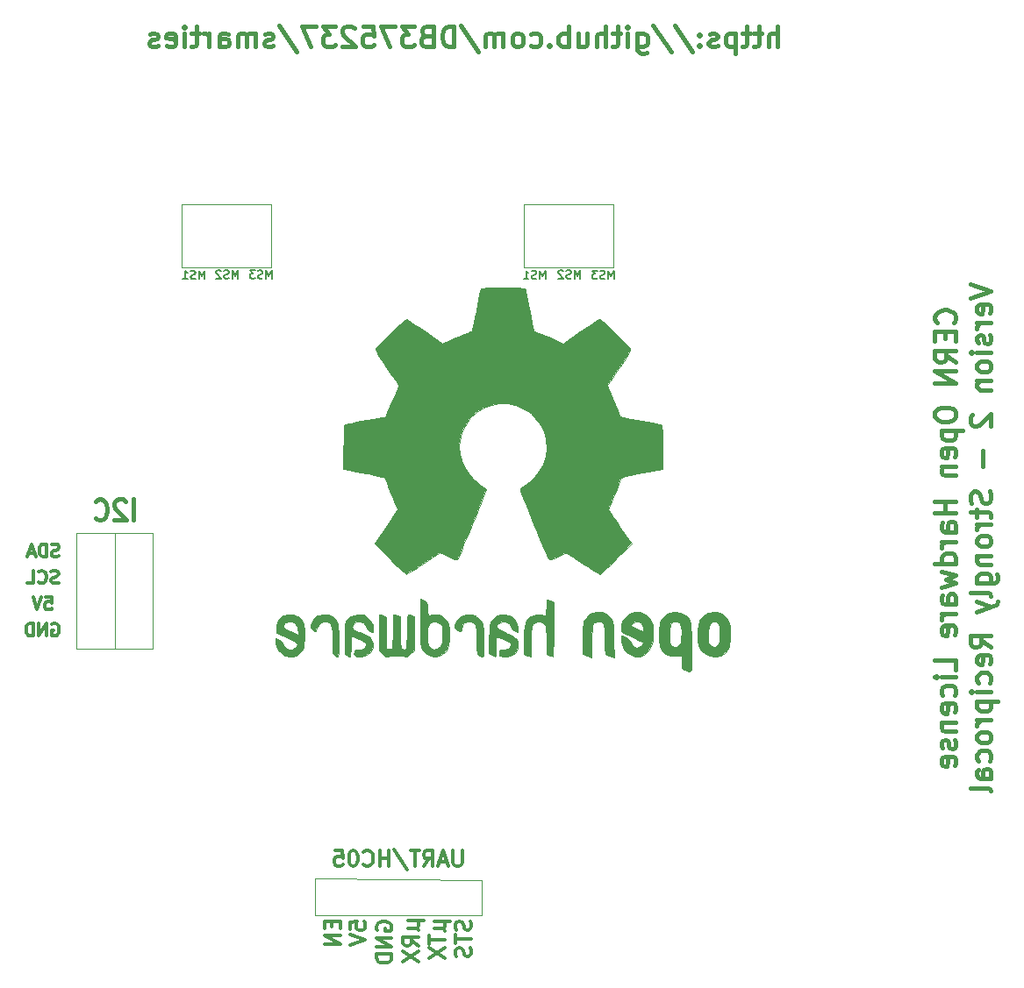
<source format=gbr>
G04 #@! TF.GenerationSoftware,KiCad,Pcbnew,(5.1.5)-3*
G04 #@! TF.CreationDate,2021-02-07T21:58:35+01:00*
G04 #@! TF.ProjectId,power-board,706f7765-722d-4626-9f61-72642e6b6963,rev?*
G04 #@! TF.SameCoordinates,Original*
G04 #@! TF.FileFunction,Legend,Bot*
G04 #@! TF.FilePolarity,Positive*
%FSLAX46Y46*%
G04 Gerber Fmt 4.6, Leading zero omitted, Abs format (unit mm)*
G04 Created by KiCad (PCBNEW (5.1.5)-3) date 2021-02-07 21:58:35*
%MOMM*%
%LPD*%
G04 APERTURE LIST*
%ADD10C,0.120000*%
%ADD11C,0.200000*%
%ADD12C,0.300000*%
%ADD13C,0.400000*%
%ADD14C,0.010000*%
G04 APERTURE END LIST*
D10*
X159258000Y-74168000D02*
X150622000Y-74168000D01*
X150622000Y-74168000D02*
X150622000Y-68072000D01*
X159258000Y-68072000D02*
X159258000Y-74168000D01*
X150622000Y-68072000D02*
X159258000Y-68072000D01*
X117602000Y-74168000D02*
X117602000Y-68072000D01*
X126238000Y-74168000D02*
X117602000Y-74168000D01*
X126238000Y-68072000D02*
X126238000Y-74168000D01*
X117602000Y-68072000D02*
X126238000Y-68072000D01*
X130429000Y-136779000D02*
X130429000Y-133223000D01*
X146558000Y-136779000D02*
X130429000Y-136779000D01*
X146558000Y-133350000D02*
X146558000Y-136779000D01*
X130429000Y-133223000D02*
X146558000Y-133350000D01*
X111125000Y-99822000D02*
X111125000Y-110998000D01*
X107442000Y-110998000D02*
X107442000Y-99822000D01*
X114808000Y-110998000D02*
X107442000Y-110998000D01*
X114808000Y-99822000D02*
X114808000Y-110998000D01*
X107442000Y-99822000D02*
X114808000Y-99822000D01*
D11*
X159270571Y-75291904D02*
X159270571Y-74491904D01*
X159003904Y-75063333D01*
X158737238Y-74491904D01*
X158737238Y-75291904D01*
X158394380Y-75253809D02*
X158280095Y-75291904D01*
X158089619Y-75291904D01*
X158013428Y-75253809D01*
X157975333Y-75215714D01*
X157937238Y-75139523D01*
X157937238Y-75063333D01*
X157975333Y-74987142D01*
X158013428Y-74949047D01*
X158089619Y-74910952D01*
X158242000Y-74872857D01*
X158318190Y-74834761D01*
X158356285Y-74796666D01*
X158394380Y-74720476D01*
X158394380Y-74644285D01*
X158356285Y-74568095D01*
X158318190Y-74530000D01*
X158242000Y-74491904D01*
X158051523Y-74491904D01*
X157937238Y-74530000D01*
X157670571Y-74491904D02*
X157175333Y-74491904D01*
X157442000Y-74796666D01*
X157327714Y-74796666D01*
X157251523Y-74834761D01*
X157213428Y-74872857D01*
X157175333Y-74949047D01*
X157175333Y-75139523D01*
X157213428Y-75215714D01*
X157251523Y-75253809D01*
X157327714Y-75291904D01*
X157556285Y-75291904D01*
X157632476Y-75253809D01*
X157670571Y-75215714D01*
X156019371Y-75246184D02*
X156019371Y-74446184D01*
X155752704Y-75017613D01*
X155486038Y-74446184D01*
X155486038Y-75246184D01*
X155143180Y-75208089D02*
X155028895Y-75246184D01*
X154838419Y-75246184D01*
X154762228Y-75208089D01*
X154724133Y-75169994D01*
X154686038Y-75093803D01*
X154686038Y-75017613D01*
X154724133Y-74941422D01*
X154762228Y-74903327D01*
X154838419Y-74865232D01*
X154990800Y-74827137D01*
X155066990Y-74789041D01*
X155105085Y-74750946D01*
X155143180Y-74674756D01*
X155143180Y-74598565D01*
X155105085Y-74522375D01*
X155066990Y-74484280D01*
X154990800Y-74446184D01*
X154800323Y-74446184D01*
X154686038Y-74484280D01*
X154381276Y-74522375D02*
X154343180Y-74484280D01*
X154266990Y-74446184D01*
X154076514Y-74446184D01*
X154000323Y-74484280D01*
X153962228Y-74522375D01*
X153924133Y-74598565D01*
X153924133Y-74674756D01*
X153962228Y-74789041D01*
X154419371Y-75246184D01*
X153924133Y-75246184D01*
X152666571Y-75291904D02*
X152666571Y-74491904D01*
X152399904Y-75063333D01*
X152133238Y-74491904D01*
X152133238Y-75291904D01*
X151790380Y-75253809D02*
X151676095Y-75291904D01*
X151485619Y-75291904D01*
X151409428Y-75253809D01*
X151371333Y-75215714D01*
X151333238Y-75139523D01*
X151333238Y-75063333D01*
X151371333Y-74987142D01*
X151409428Y-74949047D01*
X151485619Y-74910952D01*
X151638000Y-74872857D01*
X151714190Y-74834761D01*
X151752285Y-74796666D01*
X151790380Y-74720476D01*
X151790380Y-74644285D01*
X151752285Y-74568095D01*
X151714190Y-74530000D01*
X151638000Y-74491904D01*
X151447523Y-74491904D01*
X151333238Y-74530000D01*
X150571333Y-75291904D02*
X151028476Y-75291904D01*
X150799904Y-75291904D02*
X150799904Y-74491904D01*
X150876095Y-74606190D01*
X150952285Y-74682380D01*
X151028476Y-74720476D01*
X126250571Y-75266504D02*
X126250571Y-74466504D01*
X125983904Y-75037933D01*
X125717238Y-74466504D01*
X125717238Y-75266504D01*
X125374380Y-75228409D02*
X125260095Y-75266504D01*
X125069619Y-75266504D01*
X124993428Y-75228409D01*
X124955333Y-75190314D01*
X124917238Y-75114123D01*
X124917238Y-75037933D01*
X124955333Y-74961742D01*
X124993428Y-74923647D01*
X125069619Y-74885552D01*
X125222000Y-74847457D01*
X125298190Y-74809361D01*
X125336285Y-74771266D01*
X125374380Y-74695076D01*
X125374380Y-74618885D01*
X125336285Y-74542695D01*
X125298190Y-74504600D01*
X125222000Y-74466504D01*
X125031523Y-74466504D01*
X124917238Y-74504600D01*
X124650571Y-74466504D02*
X124155333Y-74466504D01*
X124422000Y-74771266D01*
X124307714Y-74771266D01*
X124231523Y-74809361D01*
X124193428Y-74847457D01*
X124155333Y-74923647D01*
X124155333Y-75114123D01*
X124193428Y-75190314D01*
X124231523Y-75228409D01*
X124307714Y-75266504D01*
X124536285Y-75266504D01*
X124612476Y-75228409D01*
X124650571Y-75190314D01*
X122973971Y-75266504D02*
X122973971Y-74466504D01*
X122707304Y-75037933D01*
X122440638Y-74466504D01*
X122440638Y-75266504D01*
X122097780Y-75228409D02*
X121983495Y-75266504D01*
X121793019Y-75266504D01*
X121716828Y-75228409D01*
X121678733Y-75190314D01*
X121640638Y-75114123D01*
X121640638Y-75037933D01*
X121678733Y-74961742D01*
X121716828Y-74923647D01*
X121793019Y-74885552D01*
X121945400Y-74847457D01*
X122021590Y-74809361D01*
X122059685Y-74771266D01*
X122097780Y-74695076D01*
X122097780Y-74618885D01*
X122059685Y-74542695D01*
X122021590Y-74504600D01*
X121945400Y-74466504D01*
X121754923Y-74466504D01*
X121640638Y-74504600D01*
X121335876Y-74542695D02*
X121297780Y-74504600D01*
X121221590Y-74466504D01*
X121031114Y-74466504D01*
X120954923Y-74504600D01*
X120916828Y-74542695D01*
X120878733Y-74618885D01*
X120878733Y-74695076D01*
X120916828Y-74809361D01*
X121373971Y-75266504D01*
X120878733Y-75266504D01*
X119773571Y-75291904D02*
X119773571Y-74491904D01*
X119506904Y-75063333D01*
X119240238Y-74491904D01*
X119240238Y-75291904D01*
X118897380Y-75253809D02*
X118783095Y-75291904D01*
X118592619Y-75291904D01*
X118516428Y-75253809D01*
X118478333Y-75215714D01*
X118440238Y-75139523D01*
X118440238Y-75063333D01*
X118478333Y-74987142D01*
X118516428Y-74949047D01*
X118592619Y-74910952D01*
X118745000Y-74872857D01*
X118821190Y-74834761D01*
X118859285Y-74796666D01*
X118897380Y-74720476D01*
X118897380Y-74644285D01*
X118859285Y-74568095D01*
X118821190Y-74530000D01*
X118745000Y-74491904D01*
X118554523Y-74491904D01*
X118440238Y-74530000D01*
X117678333Y-75291904D02*
X118135476Y-75291904D01*
X117906904Y-75291904D02*
X117906904Y-74491904D01*
X117983095Y-74606190D01*
X118059285Y-74682380D01*
X118135476Y-74720476D01*
D12*
X105698742Y-102060314D02*
X105527314Y-102117457D01*
X105241600Y-102117457D01*
X105127314Y-102060314D01*
X105070171Y-102003171D01*
X105013028Y-101888885D01*
X105013028Y-101774600D01*
X105070171Y-101660314D01*
X105127314Y-101603171D01*
X105241600Y-101546028D01*
X105470171Y-101488885D01*
X105584457Y-101431742D01*
X105641600Y-101374600D01*
X105698742Y-101260314D01*
X105698742Y-101146028D01*
X105641600Y-101031742D01*
X105584457Y-100974600D01*
X105470171Y-100917457D01*
X105184457Y-100917457D01*
X105013028Y-100974600D01*
X104498742Y-102117457D02*
X104498742Y-100917457D01*
X104213028Y-100917457D01*
X104041600Y-100974600D01*
X103927314Y-101088885D01*
X103870171Y-101203171D01*
X103813028Y-101431742D01*
X103813028Y-101603171D01*
X103870171Y-101831742D01*
X103927314Y-101946028D01*
X104041600Y-102060314D01*
X104213028Y-102117457D01*
X104498742Y-102117457D01*
X103355885Y-101774600D02*
X102784457Y-101774600D01*
X103470171Y-102117457D02*
X103070171Y-100917457D01*
X102670171Y-102117457D01*
X105670171Y-104625714D02*
X105498742Y-104682857D01*
X105213028Y-104682857D01*
X105098742Y-104625714D01*
X105041600Y-104568571D01*
X104984457Y-104454285D01*
X104984457Y-104340000D01*
X105041600Y-104225714D01*
X105098742Y-104168571D01*
X105213028Y-104111428D01*
X105441600Y-104054285D01*
X105555885Y-103997142D01*
X105613028Y-103940000D01*
X105670171Y-103825714D01*
X105670171Y-103711428D01*
X105613028Y-103597142D01*
X105555885Y-103540000D01*
X105441600Y-103482857D01*
X105155885Y-103482857D01*
X104984457Y-103540000D01*
X103784457Y-104568571D02*
X103841600Y-104625714D01*
X104013028Y-104682857D01*
X104127314Y-104682857D01*
X104298742Y-104625714D01*
X104413028Y-104511428D01*
X104470171Y-104397142D01*
X104527314Y-104168571D01*
X104527314Y-103997142D01*
X104470171Y-103768571D01*
X104413028Y-103654285D01*
X104298742Y-103540000D01*
X104127314Y-103482857D01*
X104013028Y-103482857D01*
X103841600Y-103540000D01*
X103784457Y-103597142D01*
X102698742Y-104682857D02*
X103270171Y-104682857D01*
X103270171Y-103482857D01*
X104419371Y-106022857D02*
X104990800Y-106022857D01*
X105047942Y-106594285D01*
X104990800Y-106537142D01*
X104876514Y-106480000D01*
X104590800Y-106480000D01*
X104476514Y-106537142D01*
X104419371Y-106594285D01*
X104362228Y-106708571D01*
X104362228Y-106994285D01*
X104419371Y-107108571D01*
X104476514Y-107165714D01*
X104590800Y-107222857D01*
X104876514Y-107222857D01*
X104990800Y-107165714D01*
X105047942Y-107108571D01*
X104019371Y-106022857D02*
X103619371Y-107222857D01*
X103219371Y-106022857D01*
X105054285Y-108620000D02*
X105168571Y-108562857D01*
X105340000Y-108562857D01*
X105511428Y-108620000D01*
X105625714Y-108734285D01*
X105682857Y-108848571D01*
X105740000Y-109077142D01*
X105740000Y-109248571D01*
X105682857Y-109477142D01*
X105625714Y-109591428D01*
X105511428Y-109705714D01*
X105340000Y-109762857D01*
X105225714Y-109762857D01*
X105054285Y-109705714D01*
X104997142Y-109648571D01*
X104997142Y-109248571D01*
X105225714Y-109248571D01*
X104482857Y-109762857D02*
X104482857Y-108562857D01*
X103797142Y-109762857D01*
X103797142Y-108562857D01*
X103225714Y-109762857D02*
X103225714Y-108562857D01*
X102940000Y-108562857D01*
X102768571Y-108620000D01*
X102654285Y-108734285D01*
X102597142Y-108848571D01*
X102540000Y-109077142D01*
X102540000Y-109248571D01*
X102597142Y-109477142D01*
X102654285Y-109591428D01*
X102768571Y-109705714D01*
X102940000Y-109762857D01*
X103225714Y-109762857D01*
D13*
X112882142Y-98567761D02*
X112882142Y-96567761D01*
X112110714Y-96758238D02*
X112025000Y-96663000D01*
X111853571Y-96567761D01*
X111425000Y-96567761D01*
X111253571Y-96663000D01*
X111167857Y-96758238D01*
X111082142Y-96948714D01*
X111082142Y-97139190D01*
X111167857Y-97424904D01*
X112196428Y-98567761D01*
X111082142Y-98567761D01*
X109282142Y-98377285D02*
X109367857Y-98472523D01*
X109625000Y-98567761D01*
X109796428Y-98567761D01*
X110053571Y-98472523D01*
X110225000Y-98282047D01*
X110310714Y-98091571D01*
X110396428Y-97710619D01*
X110396428Y-97424904D01*
X110310714Y-97043952D01*
X110225000Y-96853476D01*
X110053571Y-96663000D01*
X109796428Y-96567761D01*
X109625000Y-96567761D01*
X109367857Y-96663000D01*
X109282142Y-96758238D01*
D12*
X145437942Y-137314714D02*
X145509371Y-137529000D01*
X145509371Y-137886142D01*
X145437942Y-138029000D01*
X145366514Y-138100428D01*
X145223657Y-138171857D01*
X145080800Y-138171857D01*
X144937942Y-138100428D01*
X144866514Y-138029000D01*
X144795085Y-137886142D01*
X144723657Y-137600428D01*
X144652228Y-137457571D01*
X144580800Y-137386142D01*
X144437942Y-137314714D01*
X144295085Y-137314714D01*
X144152228Y-137386142D01*
X144080800Y-137457571D01*
X144009371Y-137600428D01*
X144009371Y-137957571D01*
X144080800Y-138171857D01*
X144009371Y-138600428D02*
X144009371Y-139457571D01*
X145509371Y-139029000D02*
X144009371Y-139029000D01*
X145437942Y-139886142D02*
X145509371Y-140100428D01*
X145509371Y-140457571D01*
X145437942Y-140600428D01*
X145366514Y-140671857D01*
X145223657Y-140743285D01*
X145080800Y-140743285D01*
X144937942Y-140671857D01*
X144866514Y-140600428D01*
X144795085Y-140457571D01*
X144723657Y-140171857D01*
X144652228Y-140029000D01*
X144580800Y-139957571D01*
X144437942Y-139886142D01*
X144295085Y-139886142D01*
X144152228Y-139957571D01*
X144080800Y-140029000D01*
X144009371Y-140171857D01*
X144009371Y-140529000D01*
X144080800Y-140743285D01*
X141969371Y-137344885D02*
X143469371Y-137344885D01*
X142755085Y-138059171D02*
X142897942Y-138130600D01*
X142969371Y-138273457D01*
X142755085Y-137344885D02*
X142897942Y-137416314D01*
X142969371Y-137559171D01*
X142969371Y-137844885D01*
X142897942Y-137987742D01*
X142755085Y-138059171D01*
X141969371Y-138059171D01*
X141469371Y-138702028D02*
X141469371Y-139559171D01*
X142969371Y-139130600D02*
X141469371Y-139130600D01*
X141469371Y-139916314D02*
X142969371Y-140916314D01*
X141469371Y-140916314D02*
X142969371Y-139916314D01*
X139429371Y-137292542D02*
X140929371Y-137292542D01*
X140215085Y-138006828D02*
X140357942Y-138078257D01*
X140429371Y-138221114D01*
X140215085Y-137292542D02*
X140357942Y-137363971D01*
X140429371Y-137506828D01*
X140429371Y-137792542D01*
X140357942Y-137935400D01*
X140215085Y-138006828D01*
X139429371Y-138006828D01*
X140429371Y-139721114D02*
X139715085Y-139221114D01*
X140429371Y-138863971D02*
X138929371Y-138863971D01*
X138929371Y-139435400D01*
X139000800Y-139578257D01*
X139072228Y-139649685D01*
X139215085Y-139721114D01*
X139429371Y-139721114D01*
X139572228Y-139649685D01*
X139643657Y-139578257D01*
X139715085Y-139435400D01*
X139715085Y-138863971D01*
X138929371Y-140221114D02*
X140429371Y-141221114D01*
X138929371Y-141221114D02*
X140429371Y-140221114D01*
X136410000Y-138210028D02*
X136338571Y-138067171D01*
X136338571Y-137852885D01*
X136410000Y-137638600D01*
X136552857Y-137495742D01*
X136695714Y-137424314D01*
X136981428Y-137352885D01*
X137195714Y-137352885D01*
X137481428Y-137424314D01*
X137624285Y-137495742D01*
X137767142Y-137638600D01*
X137838571Y-137852885D01*
X137838571Y-137995742D01*
X137767142Y-138210028D01*
X137695714Y-138281457D01*
X137195714Y-138281457D01*
X137195714Y-137995742D01*
X137838571Y-138924314D02*
X136338571Y-138924314D01*
X137838571Y-139781457D01*
X136338571Y-139781457D01*
X137838571Y-140495742D02*
X136338571Y-140495742D01*
X136338571Y-140852885D01*
X136410000Y-141067171D01*
X136552857Y-141210028D01*
X136695714Y-141281457D01*
X136981428Y-141352885D01*
X137195714Y-141352885D01*
X137481428Y-141281457D01*
X137624285Y-141210028D01*
X137767142Y-141067171D01*
X137838571Y-140852885D01*
X137838571Y-140495742D01*
X133798571Y-138116142D02*
X133798571Y-137401857D01*
X134512857Y-137330428D01*
X134441428Y-137401857D01*
X134370000Y-137544714D01*
X134370000Y-137901857D01*
X134441428Y-138044714D01*
X134512857Y-138116142D01*
X134655714Y-138187571D01*
X135012857Y-138187571D01*
X135155714Y-138116142D01*
X135227142Y-138044714D01*
X135298571Y-137901857D01*
X135298571Y-137544714D01*
X135227142Y-137401857D01*
X135155714Y-137330428D01*
X133798571Y-138616142D02*
X135298571Y-139116142D01*
X133798571Y-139616142D01*
X132074457Y-137314571D02*
X132074457Y-137814571D01*
X132860171Y-138028857D02*
X132860171Y-137314571D01*
X131360171Y-137314571D01*
X131360171Y-138028857D01*
X132860171Y-138671714D02*
X131360171Y-138671714D01*
X132860171Y-139528857D01*
X131360171Y-139528857D01*
X144623657Y-130496571D02*
X144623657Y-131710857D01*
X144552228Y-131853714D01*
X144480800Y-131925142D01*
X144337942Y-131996571D01*
X144052228Y-131996571D01*
X143909371Y-131925142D01*
X143837942Y-131853714D01*
X143766514Y-131710857D01*
X143766514Y-130496571D01*
X143123657Y-131568000D02*
X142409371Y-131568000D01*
X143266514Y-131996571D02*
X142766514Y-130496571D01*
X142266514Y-131996571D01*
X140909371Y-131996571D02*
X141409371Y-131282285D01*
X141766514Y-131996571D02*
X141766514Y-130496571D01*
X141195085Y-130496571D01*
X141052228Y-130568000D01*
X140980800Y-130639428D01*
X140909371Y-130782285D01*
X140909371Y-130996571D01*
X140980800Y-131139428D01*
X141052228Y-131210857D01*
X141195085Y-131282285D01*
X141766514Y-131282285D01*
X140480800Y-130496571D02*
X139623657Y-130496571D01*
X140052228Y-131996571D02*
X140052228Y-130496571D01*
X138052228Y-130425142D02*
X139337942Y-132353714D01*
X137552228Y-131996571D02*
X137552228Y-130496571D01*
X137552228Y-131210857D02*
X136695085Y-131210857D01*
X136695085Y-131996571D02*
X136695085Y-130496571D01*
X135123657Y-131853714D02*
X135195085Y-131925142D01*
X135409371Y-131996571D01*
X135552228Y-131996571D01*
X135766514Y-131925142D01*
X135909371Y-131782285D01*
X135980800Y-131639428D01*
X136052228Y-131353714D01*
X136052228Y-131139428D01*
X135980800Y-130853714D01*
X135909371Y-130710857D01*
X135766514Y-130568000D01*
X135552228Y-130496571D01*
X135409371Y-130496571D01*
X135195085Y-130568000D01*
X135123657Y-130639428D01*
X134195085Y-130496571D02*
X134052228Y-130496571D01*
X133909371Y-130568000D01*
X133837942Y-130639428D01*
X133766514Y-130782285D01*
X133695085Y-131068000D01*
X133695085Y-131425142D01*
X133766514Y-131710857D01*
X133837942Y-131853714D01*
X133909371Y-131925142D01*
X134052228Y-131996571D01*
X134195085Y-131996571D01*
X134337942Y-131925142D01*
X134409371Y-131853714D01*
X134480800Y-131710857D01*
X134552228Y-131425142D01*
X134552228Y-131068000D01*
X134480800Y-130782285D01*
X134409371Y-130639428D01*
X134337942Y-130568000D01*
X134195085Y-130496571D01*
X132337942Y-130496571D02*
X133052228Y-130496571D01*
X133123657Y-131210857D01*
X133052228Y-131139428D01*
X132909371Y-131068000D01*
X132552228Y-131068000D01*
X132409371Y-131139428D01*
X132337942Y-131210857D01*
X132266514Y-131353714D01*
X132266514Y-131710857D01*
X132337942Y-131853714D01*
X132409371Y-131925142D01*
X132552228Y-131996571D01*
X132909371Y-131996571D01*
X133052228Y-131925142D01*
X133123657Y-131853714D01*
D13*
X192054285Y-79520476D02*
X192149523Y-79425238D01*
X192244761Y-79139523D01*
X192244761Y-78949047D01*
X192149523Y-78663333D01*
X191959047Y-78472857D01*
X191768571Y-78377619D01*
X191387619Y-78282380D01*
X191101904Y-78282380D01*
X190720952Y-78377619D01*
X190530476Y-78472857D01*
X190340000Y-78663333D01*
X190244761Y-78949047D01*
X190244761Y-79139523D01*
X190340000Y-79425238D01*
X190435238Y-79520476D01*
X191197142Y-80377619D02*
X191197142Y-81044285D01*
X192244761Y-81330000D02*
X192244761Y-80377619D01*
X190244761Y-80377619D01*
X190244761Y-81330000D01*
X192244761Y-83330000D02*
X191292380Y-82663333D01*
X192244761Y-82187142D02*
X190244761Y-82187142D01*
X190244761Y-82949047D01*
X190340000Y-83139523D01*
X190435238Y-83234761D01*
X190625714Y-83330000D01*
X190911428Y-83330000D01*
X191101904Y-83234761D01*
X191197142Y-83139523D01*
X191292380Y-82949047D01*
X191292380Y-82187142D01*
X192244761Y-84187142D02*
X190244761Y-84187142D01*
X192244761Y-85330000D01*
X190244761Y-85330000D01*
X190244761Y-88187142D02*
X190244761Y-88568095D01*
X190340000Y-88758571D01*
X190530476Y-88949047D01*
X190911428Y-89044285D01*
X191578095Y-89044285D01*
X191959047Y-88949047D01*
X192149523Y-88758571D01*
X192244761Y-88568095D01*
X192244761Y-88187142D01*
X192149523Y-87996666D01*
X191959047Y-87806190D01*
X191578095Y-87710952D01*
X190911428Y-87710952D01*
X190530476Y-87806190D01*
X190340000Y-87996666D01*
X190244761Y-88187142D01*
X190911428Y-89901428D02*
X192911428Y-89901428D01*
X191006666Y-89901428D02*
X190911428Y-90091904D01*
X190911428Y-90472857D01*
X191006666Y-90663333D01*
X191101904Y-90758571D01*
X191292380Y-90853809D01*
X191863809Y-90853809D01*
X192054285Y-90758571D01*
X192149523Y-90663333D01*
X192244761Y-90472857D01*
X192244761Y-90091904D01*
X192149523Y-89901428D01*
X192149523Y-92472857D02*
X192244761Y-92282380D01*
X192244761Y-91901428D01*
X192149523Y-91710952D01*
X191959047Y-91615714D01*
X191197142Y-91615714D01*
X191006666Y-91710952D01*
X190911428Y-91901428D01*
X190911428Y-92282380D01*
X191006666Y-92472857D01*
X191197142Y-92568095D01*
X191387619Y-92568095D01*
X191578095Y-91615714D01*
X190911428Y-93425238D02*
X192244761Y-93425238D01*
X191101904Y-93425238D02*
X191006666Y-93520476D01*
X190911428Y-93710952D01*
X190911428Y-93996666D01*
X191006666Y-94187142D01*
X191197142Y-94282380D01*
X192244761Y-94282380D01*
X192244761Y-96758571D02*
X190244761Y-96758571D01*
X191197142Y-96758571D02*
X191197142Y-97901428D01*
X192244761Y-97901428D02*
X190244761Y-97901428D01*
X192244761Y-99710952D02*
X191197142Y-99710952D01*
X191006666Y-99615714D01*
X190911428Y-99425238D01*
X190911428Y-99044285D01*
X191006666Y-98853809D01*
X192149523Y-99710952D02*
X192244761Y-99520476D01*
X192244761Y-99044285D01*
X192149523Y-98853809D01*
X191959047Y-98758571D01*
X191768571Y-98758571D01*
X191578095Y-98853809D01*
X191482857Y-99044285D01*
X191482857Y-99520476D01*
X191387619Y-99710952D01*
X192244761Y-100663333D02*
X190911428Y-100663333D01*
X191292380Y-100663333D02*
X191101904Y-100758571D01*
X191006666Y-100853809D01*
X190911428Y-101044285D01*
X190911428Y-101234761D01*
X192244761Y-102758571D02*
X190244761Y-102758571D01*
X192149523Y-102758571D02*
X192244761Y-102568095D01*
X192244761Y-102187142D01*
X192149523Y-101996666D01*
X192054285Y-101901428D01*
X191863809Y-101806190D01*
X191292380Y-101806190D01*
X191101904Y-101901428D01*
X191006666Y-101996666D01*
X190911428Y-102187142D01*
X190911428Y-102568095D01*
X191006666Y-102758571D01*
X190911428Y-103520476D02*
X192244761Y-103901428D01*
X191292380Y-104282380D01*
X192244761Y-104663333D01*
X190911428Y-105044285D01*
X192244761Y-106663333D02*
X191197142Y-106663333D01*
X191006666Y-106568095D01*
X190911428Y-106377619D01*
X190911428Y-105996666D01*
X191006666Y-105806190D01*
X192149523Y-106663333D02*
X192244761Y-106472857D01*
X192244761Y-105996666D01*
X192149523Y-105806190D01*
X191959047Y-105710952D01*
X191768571Y-105710952D01*
X191578095Y-105806190D01*
X191482857Y-105996666D01*
X191482857Y-106472857D01*
X191387619Y-106663333D01*
X192244761Y-107615714D02*
X190911428Y-107615714D01*
X191292380Y-107615714D02*
X191101904Y-107710952D01*
X191006666Y-107806190D01*
X190911428Y-107996666D01*
X190911428Y-108187142D01*
X192149523Y-109615714D02*
X192244761Y-109425238D01*
X192244761Y-109044285D01*
X192149523Y-108853809D01*
X191959047Y-108758571D01*
X191197142Y-108758571D01*
X191006666Y-108853809D01*
X190911428Y-109044285D01*
X190911428Y-109425238D01*
X191006666Y-109615714D01*
X191197142Y-109710952D01*
X191387619Y-109710952D01*
X191578095Y-108758571D01*
X192244761Y-113044285D02*
X192244761Y-112091904D01*
X190244761Y-112091904D01*
X192244761Y-113710952D02*
X190911428Y-113710952D01*
X190244761Y-113710952D02*
X190340000Y-113615714D01*
X190435238Y-113710952D01*
X190340000Y-113806190D01*
X190244761Y-113710952D01*
X190435238Y-113710952D01*
X192149523Y-115520476D02*
X192244761Y-115330000D01*
X192244761Y-114949047D01*
X192149523Y-114758571D01*
X192054285Y-114663333D01*
X191863809Y-114568095D01*
X191292380Y-114568095D01*
X191101904Y-114663333D01*
X191006666Y-114758571D01*
X190911428Y-114949047D01*
X190911428Y-115330000D01*
X191006666Y-115520476D01*
X192149523Y-117139523D02*
X192244761Y-116949047D01*
X192244761Y-116568095D01*
X192149523Y-116377619D01*
X191959047Y-116282380D01*
X191197142Y-116282380D01*
X191006666Y-116377619D01*
X190911428Y-116568095D01*
X190911428Y-116949047D01*
X191006666Y-117139523D01*
X191197142Y-117234761D01*
X191387619Y-117234761D01*
X191578095Y-116282380D01*
X190911428Y-118091904D02*
X192244761Y-118091904D01*
X191101904Y-118091904D02*
X191006666Y-118187142D01*
X190911428Y-118377619D01*
X190911428Y-118663333D01*
X191006666Y-118853809D01*
X191197142Y-118949047D01*
X192244761Y-118949047D01*
X192149523Y-119806190D02*
X192244761Y-119996666D01*
X192244761Y-120377619D01*
X192149523Y-120568095D01*
X191959047Y-120663333D01*
X191863809Y-120663333D01*
X191673333Y-120568095D01*
X191578095Y-120377619D01*
X191578095Y-120091904D01*
X191482857Y-119901428D01*
X191292380Y-119806190D01*
X191197142Y-119806190D01*
X191006666Y-119901428D01*
X190911428Y-120091904D01*
X190911428Y-120377619D01*
X191006666Y-120568095D01*
X192149523Y-122282380D02*
X192244761Y-122091904D01*
X192244761Y-121710952D01*
X192149523Y-121520476D01*
X191959047Y-121425238D01*
X191197142Y-121425238D01*
X191006666Y-121520476D01*
X190911428Y-121710952D01*
X190911428Y-122091904D01*
X191006666Y-122282380D01*
X191197142Y-122377619D01*
X191387619Y-122377619D01*
X191578095Y-121425238D01*
X193644761Y-75806190D02*
X195644761Y-76472857D01*
X193644761Y-77139523D01*
X195549523Y-78568095D02*
X195644761Y-78377619D01*
X195644761Y-77996666D01*
X195549523Y-77806190D01*
X195359047Y-77710952D01*
X194597142Y-77710952D01*
X194406666Y-77806190D01*
X194311428Y-77996666D01*
X194311428Y-78377619D01*
X194406666Y-78568095D01*
X194597142Y-78663333D01*
X194787619Y-78663333D01*
X194978095Y-77710952D01*
X195644761Y-79520476D02*
X194311428Y-79520476D01*
X194692380Y-79520476D02*
X194501904Y-79615714D01*
X194406666Y-79710952D01*
X194311428Y-79901428D01*
X194311428Y-80091904D01*
X195549523Y-80663333D02*
X195644761Y-80853809D01*
X195644761Y-81234761D01*
X195549523Y-81425238D01*
X195359047Y-81520476D01*
X195263809Y-81520476D01*
X195073333Y-81425238D01*
X194978095Y-81234761D01*
X194978095Y-80949047D01*
X194882857Y-80758571D01*
X194692380Y-80663333D01*
X194597142Y-80663333D01*
X194406666Y-80758571D01*
X194311428Y-80949047D01*
X194311428Y-81234761D01*
X194406666Y-81425238D01*
X195644761Y-82377619D02*
X194311428Y-82377619D01*
X193644761Y-82377619D02*
X193740000Y-82282380D01*
X193835238Y-82377619D01*
X193740000Y-82472857D01*
X193644761Y-82377619D01*
X193835238Y-82377619D01*
X195644761Y-83615714D02*
X195549523Y-83425238D01*
X195454285Y-83330000D01*
X195263809Y-83234761D01*
X194692380Y-83234761D01*
X194501904Y-83330000D01*
X194406666Y-83425238D01*
X194311428Y-83615714D01*
X194311428Y-83901428D01*
X194406666Y-84091904D01*
X194501904Y-84187142D01*
X194692380Y-84282380D01*
X195263809Y-84282380D01*
X195454285Y-84187142D01*
X195549523Y-84091904D01*
X195644761Y-83901428D01*
X195644761Y-83615714D01*
X194311428Y-85139523D02*
X195644761Y-85139523D01*
X194501904Y-85139523D02*
X194406666Y-85234761D01*
X194311428Y-85425238D01*
X194311428Y-85710952D01*
X194406666Y-85901428D01*
X194597142Y-85996666D01*
X195644761Y-85996666D01*
X193835238Y-88377619D02*
X193740000Y-88472857D01*
X193644761Y-88663333D01*
X193644761Y-89139523D01*
X193740000Y-89330000D01*
X193835238Y-89425238D01*
X194025714Y-89520476D01*
X194216190Y-89520476D01*
X194501904Y-89425238D01*
X195644761Y-88282380D01*
X195644761Y-89520476D01*
X194882857Y-91901428D02*
X194882857Y-93425238D01*
X195549523Y-95806190D02*
X195644761Y-96091904D01*
X195644761Y-96568095D01*
X195549523Y-96758571D01*
X195454285Y-96853809D01*
X195263809Y-96949047D01*
X195073333Y-96949047D01*
X194882857Y-96853809D01*
X194787619Y-96758571D01*
X194692380Y-96568095D01*
X194597142Y-96187142D01*
X194501904Y-95996666D01*
X194406666Y-95901428D01*
X194216190Y-95806190D01*
X194025714Y-95806190D01*
X193835238Y-95901428D01*
X193740000Y-95996666D01*
X193644761Y-96187142D01*
X193644761Y-96663333D01*
X193740000Y-96949047D01*
X194311428Y-97520476D02*
X194311428Y-98282380D01*
X193644761Y-97806190D02*
X195359047Y-97806190D01*
X195549523Y-97901428D01*
X195644761Y-98091904D01*
X195644761Y-98282380D01*
X195644761Y-98949047D02*
X194311428Y-98949047D01*
X194692380Y-98949047D02*
X194501904Y-99044285D01*
X194406666Y-99139523D01*
X194311428Y-99330000D01*
X194311428Y-99520476D01*
X195644761Y-100472857D02*
X195549523Y-100282380D01*
X195454285Y-100187142D01*
X195263809Y-100091904D01*
X194692380Y-100091904D01*
X194501904Y-100187142D01*
X194406666Y-100282380D01*
X194311428Y-100472857D01*
X194311428Y-100758571D01*
X194406666Y-100949047D01*
X194501904Y-101044285D01*
X194692380Y-101139523D01*
X195263809Y-101139523D01*
X195454285Y-101044285D01*
X195549523Y-100949047D01*
X195644761Y-100758571D01*
X195644761Y-100472857D01*
X194311428Y-101996666D02*
X195644761Y-101996666D01*
X194501904Y-101996666D02*
X194406666Y-102091904D01*
X194311428Y-102282380D01*
X194311428Y-102568095D01*
X194406666Y-102758571D01*
X194597142Y-102853809D01*
X195644761Y-102853809D01*
X194311428Y-104663333D02*
X195930476Y-104663333D01*
X196120952Y-104568095D01*
X196216190Y-104472857D01*
X196311428Y-104282380D01*
X196311428Y-103996666D01*
X196216190Y-103806190D01*
X195549523Y-104663333D02*
X195644761Y-104472857D01*
X195644761Y-104091904D01*
X195549523Y-103901428D01*
X195454285Y-103806190D01*
X195263809Y-103710952D01*
X194692380Y-103710952D01*
X194501904Y-103806190D01*
X194406666Y-103901428D01*
X194311428Y-104091904D01*
X194311428Y-104472857D01*
X194406666Y-104663333D01*
X195644761Y-105901428D02*
X195549523Y-105710952D01*
X195359047Y-105615714D01*
X193644761Y-105615714D01*
X194311428Y-106472857D02*
X195644761Y-106949047D01*
X194311428Y-107425238D02*
X195644761Y-106949047D01*
X196120952Y-106758571D01*
X196216190Y-106663333D01*
X196311428Y-106472857D01*
X195644761Y-110853809D02*
X194692380Y-110187142D01*
X195644761Y-109710952D02*
X193644761Y-109710952D01*
X193644761Y-110472857D01*
X193740000Y-110663333D01*
X193835238Y-110758571D01*
X194025714Y-110853809D01*
X194311428Y-110853809D01*
X194501904Y-110758571D01*
X194597142Y-110663333D01*
X194692380Y-110472857D01*
X194692380Y-109710952D01*
X195549523Y-112472857D02*
X195644761Y-112282380D01*
X195644761Y-111901428D01*
X195549523Y-111710952D01*
X195359047Y-111615714D01*
X194597142Y-111615714D01*
X194406666Y-111710952D01*
X194311428Y-111901428D01*
X194311428Y-112282380D01*
X194406666Y-112472857D01*
X194597142Y-112568095D01*
X194787619Y-112568095D01*
X194978095Y-111615714D01*
X195549523Y-114282380D02*
X195644761Y-114091904D01*
X195644761Y-113710952D01*
X195549523Y-113520476D01*
X195454285Y-113425238D01*
X195263809Y-113330000D01*
X194692380Y-113330000D01*
X194501904Y-113425238D01*
X194406666Y-113520476D01*
X194311428Y-113710952D01*
X194311428Y-114091904D01*
X194406666Y-114282380D01*
X195644761Y-115139523D02*
X194311428Y-115139523D01*
X193644761Y-115139523D02*
X193740000Y-115044285D01*
X193835238Y-115139523D01*
X193740000Y-115234761D01*
X193644761Y-115139523D01*
X193835238Y-115139523D01*
X194311428Y-116091904D02*
X196311428Y-116091904D01*
X194406666Y-116091904D02*
X194311428Y-116282380D01*
X194311428Y-116663333D01*
X194406666Y-116853809D01*
X194501904Y-116949047D01*
X194692380Y-117044285D01*
X195263809Y-117044285D01*
X195454285Y-116949047D01*
X195549523Y-116853809D01*
X195644761Y-116663333D01*
X195644761Y-116282380D01*
X195549523Y-116091904D01*
X195644761Y-117901428D02*
X194311428Y-117901428D01*
X194692380Y-117901428D02*
X194501904Y-117996666D01*
X194406666Y-118091904D01*
X194311428Y-118282380D01*
X194311428Y-118472857D01*
X195644761Y-119425238D02*
X195549523Y-119234761D01*
X195454285Y-119139523D01*
X195263809Y-119044285D01*
X194692380Y-119044285D01*
X194501904Y-119139523D01*
X194406666Y-119234761D01*
X194311428Y-119425238D01*
X194311428Y-119710952D01*
X194406666Y-119901428D01*
X194501904Y-119996666D01*
X194692380Y-120091904D01*
X195263809Y-120091904D01*
X195454285Y-119996666D01*
X195549523Y-119901428D01*
X195644761Y-119710952D01*
X195644761Y-119425238D01*
X195549523Y-121806190D02*
X195644761Y-121615714D01*
X195644761Y-121234761D01*
X195549523Y-121044285D01*
X195454285Y-120949047D01*
X195263809Y-120853809D01*
X194692380Y-120853809D01*
X194501904Y-120949047D01*
X194406666Y-121044285D01*
X194311428Y-121234761D01*
X194311428Y-121615714D01*
X194406666Y-121806190D01*
X195644761Y-123520476D02*
X194597142Y-123520476D01*
X194406666Y-123425238D01*
X194311428Y-123234761D01*
X194311428Y-122853809D01*
X194406666Y-122663333D01*
X195549523Y-123520476D02*
X195644761Y-123330000D01*
X195644761Y-122853809D01*
X195549523Y-122663333D01*
X195359047Y-122568095D01*
X195168571Y-122568095D01*
X194978095Y-122663333D01*
X194882857Y-122853809D01*
X194882857Y-123330000D01*
X194787619Y-123520476D01*
X195644761Y-124758571D02*
X195549523Y-124568095D01*
X195359047Y-124472857D01*
X193644761Y-124472857D01*
X175065714Y-52873161D02*
X175065714Y-50873161D01*
X174208571Y-52873161D02*
X174208571Y-51825542D01*
X174303809Y-51635066D01*
X174494285Y-51539828D01*
X174780000Y-51539828D01*
X174970476Y-51635066D01*
X175065714Y-51730304D01*
X173541904Y-51539828D02*
X172780000Y-51539828D01*
X173256190Y-50873161D02*
X173256190Y-52587447D01*
X173160952Y-52777923D01*
X172970476Y-52873161D01*
X172780000Y-52873161D01*
X172399047Y-51539828D02*
X171637142Y-51539828D01*
X172113333Y-50873161D02*
X172113333Y-52587447D01*
X172018095Y-52777923D01*
X171827619Y-52873161D01*
X171637142Y-52873161D01*
X170970476Y-51539828D02*
X170970476Y-53539828D01*
X170970476Y-51635066D02*
X170780000Y-51539828D01*
X170399047Y-51539828D01*
X170208571Y-51635066D01*
X170113333Y-51730304D01*
X170018095Y-51920780D01*
X170018095Y-52492209D01*
X170113333Y-52682685D01*
X170208571Y-52777923D01*
X170399047Y-52873161D01*
X170780000Y-52873161D01*
X170970476Y-52777923D01*
X169256190Y-52777923D02*
X169065714Y-52873161D01*
X168684761Y-52873161D01*
X168494285Y-52777923D01*
X168399047Y-52587447D01*
X168399047Y-52492209D01*
X168494285Y-52301733D01*
X168684761Y-52206495D01*
X168970476Y-52206495D01*
X169160952Y-52111257D01*
X169256190Y-51920780D01*
X169256190Y-51825542D01*
X169160952Y-51635066D01*
X168970476Y-51539828D01*
X168684761Y-51539828D01*
X168494285Y-51635066D01*
X167541904Y-52682685D02*
X167446666Y-52777923D01*
X167541904Y-52873161D01*
X167637142Y-52777923D01*
X167541904Y-52682685D01*
X167541904Y-52873161D01*
X167541904Y-51635066D02*
X167446666Y-51730304D01*
X167541904Y-51825542D01*
X167637142Y-51730304D01*
X167541904Y-51635066D01*
X167541904Y-51825542D01*
X165160952Y-50777923D02*
X166875238Y-53349352D01*
X163065714Y-50777923D02*
X164780000Y-53349352D01*
X161541904Y-51539828D02*
X161541904Y-53158876D01*
X161637142Y-53349352D01*
X161732380Y-53444590D01*
X161922857Y-53539828D01*
X162208571Y-53539828D01*
X162399047Y-53444590D01*
X161541904Y-52777923D02*
X161732380Y-52873161D01*
X162113333Y-52873161D01*
X162303809Y-52777923D01*
X162399047Y-52682685D01*
X162494285Y-52492209D01*
X162494285Y-51920780D01*
X162399047Y-51730304D01*
X162303809Y-51635066D01*
X162113333Y-51539828D01*
X161732380Y-51539828D01*
X161541904Y-51635066D01*
X160589523Y-52873161D02*
X160589523Y-51539828D01*
X160589523Y-50873161D02*
X160684761Y-50968400D01*
X160589523Y-51063638D01*
X160494285Y-50968400D01*
X160589523Y-50873161D01*
X160589523Y-51063638D01*
X159922857Y-51539828D02*
X159160952Y-51539828D01*
X159637142Y-50873161D02*
X159637142Y-52587447D01*
X159541904Y-52777923D01*
X159351428Y-52873161D01*
X159160952Y-52873161D01*
X158494285Y-52873161D02*
X158494285Y-50873161D01*
X157637142Y-52873161D02*
X157637142Y-51825542D01*
X157732380Y-51635066D01*
X157922857Y-51539828D01*
X158208571Y-51539828D01*
X158399047Y-51635066D01*
X158494285Y-51730304D01*
X155827619Y-51539828D02*
X155827619Y-52873161D01*
X156684761Y-51539828D02*
X156684761Y-52587447D01*
X156589523Y-52777923D01*
X156399047Y-52873161D01*
X156113333Y-52873161D01*
X155922857Y-52777923D01*
X155827619Y-52682685D01*
X154875238Y-52873161D02*
X154875238Y-50873161D01*
X154875238Y-51635066D02*
X154684761Y-51539828D01*
X154303809Y-51539828D01*
X154113333Y-51635066D01*
X154018095Y-51730304D01*
X153922857Y-51920780D01*
X153922857Y-52492209D01*
X154018095Y-52682685D01*
X154113333Y-52777923D01*
X154303809Y-52873161D01*
X154684761Y-52873161D01*
X154875238Y-52777923D01*
X153065714Y-52682685D02*
X152970476Y-52777923D01*
X153065714Y-52873161D01*
X153160952Y-52777923D01*
X153065714Y-52682685D01*
X153065714Y-52873161D01*
X151256190Y-52777923D02*
X151446666Y-52873161D01*
X151827619Y-52873161D01*
X152018095Y-52777923D01*
X152113333Y-52682685D01*
X152208571Y-52492209D01*
X152208571Y-51920780D01*
X152113333Y-51730304D01*
X152018095Y-51635066D01*
X151827619Y-51539828D01*
X151446666Y-51539828D01*
X151256190Y-51635066D01*
X150113333Y-52873161D02*
X150303809Y-52777923D01*
X150399047Y-52682685D01*
X150494285Y-52492209D01*
X150494285Y-51920780D01*
X150399047Y-51730304D01*
X150303809Y-51635066D01*
X150113333Y-51539828D01*
X149827619Y-51539828D01*
X149637142Y-51635066D01*
X149541904Y-51730304D01*
X149446666Y-51920780D01*
X149446666Y-52492209D01*
X149541904Y-52682685D01*
X149637142Y-52777923D01*
X149827619Y-52873161D01*
X150113333Y-52873161D01*
X148589523Y-52873161D02*
X148589523Y-51539828D01*
X148589523Y-51730304D02*
X148494285Y-51635066D01*
X148303809Y-51539828D01*
X148018095Y-51539828D01*
X147827619Y-51635066D01*
X147732380Y-51825542D01*
X147732380Y-52873161D01*
X147732380Y-51825542D02*
X147637142Y-51635066D01*
X147446666Y-51539828D01*
X147160952Y-51539828D01*
X146970476Y-51635066D01*
X146875238Y-51825542D01*
X146875238Y-52873161D01*
X144494285Y-50777923D02*
X146208571Y-53349352D01*
X143827619Y-52873161D02*
X143827619Y-50873161D01*
X143351428Y-50873161D01*
X143065714Y-50968400D01*
X142875238Y-51158876D01*
X142780000Y-51349352D01*
X142684761Y-51730304D01*
X142684761Y-52016019D01*
X142780000Y-52396971D01*
X142875238Y-52587447D01*
X143065714Y-52777923D01*
X143351428Y-52873161D01*
X143827619Y-52873161D01*
X141160952Y-51825542D02*
X140875238Y-51920780D01*
X140780000Y-52016019D01*
X140684761Y-52206495D01*
X140684761Y-52492209D01*
X140780000Y-52682685D01*
X140875238Y-52777923D01*
X141065714Y-52873161D01*
X141827619Y-52873161D01*
X141827619Y-50873161D01*
X141160952Y-50873161D01*
X140970476Y-50968400D01*
X140875238Y-51063638D01*
X140780000Y-51254114D01*
X140780000Y-51444590D01*
X140875238Y-51635066D01*
X140970476Y-51730304D01*
X141160952Y-51825542D01*
X141827619Y-51825542D01*
X140018095Y-50873161D02*
X138780000Y-50873161D01*
X139446666Y-51635066D01*
X139160952Y-51635066D01*
X138970476Y-51730304D01*
X138875238Y-51825542D01*
X138780000Y-52016019D01*
X138780000Y-52492209D01*
X138875238Y-52682685D01*
X138970476Y-52777923D01*
X139160952Y-52873161D01*
X139732380Y-52873161D01*
X139922857Y-52777923D01*
X140018095Y-52682685D01*
X138113333Y-50873161D02*
X136780000Y-50873161D01*
X137637142Y-52873161D01*
X135065714Y-50873161D02*
X136018095Y-50873161D01*
X136113333Y-51825542D01*
X136018095Y-51730304D01*
X135827619Y-51635066D01*
X135351428Y-51635066D01*
X135160952Y-51730304D01*
X135065714Y-51825542D01*
X134970476Y-52016019D01*
X134970476Y-52492209D01*
X135065714Y-52682685D01*
X135160952Y-52777923D01*
X135351428Y-52873161D01*
X135827619Y-52873161D01*
X136018095Y-52777923D01*
X136113333Y-52682685D01*
X134208571Y-51063638D02*
X134113333Y-50968400D01*
X133922857Y-50873161D01*
X133446666Y-50873161D01*
X133256190Y-50968400D01*
X133160952Y-51063638D01*
X133065714Y-51254114D01*
X133065714Y-51444590D01*
X133160952Y-51730304D01*
X134303809Y-52873161D01*
X133065714Y-52873161D01*
X132399047Y-50873161D02*
X131160952Y-50873161D01*
X131827619Y-51635066D01*
X131541904Y-51635066D01*
X131351428Y-51730304D01*
X131256190Y-51825542D01*
X131160952Y-52016019D01*
X131160952Y-52492209D01*
X131256190Y-52682685D01*
X131351428Y-52777923D01*
X131541904Y-52873161D01*
X132113333Y-52873161D01*
X132303809Y-52777923D01*
X132399047Y-52682685D01*
X130494285Y-50873161D02*
X129160952Y-50873161D01*
X130018095Y-52873161D01*
X126970476Y-50777923D02*
X128684761Y-53349352D01*
X126399047Y-52777923D02*
X126208571Y-52873161D01*
X125827619Y-52873161D01*
X125637142Y-52777923D01*
X125541904Y-52587447D01*
X125541904Y-52492209D01*
X125637142Y-52301733D01*
X125827619Y-52206495D01*
X126113333Y-52206495D01*
X126303809Y-52111257D01*
X126399047Y-51920780D01*
X126399047Y-51825542D01*
X126303809Y-51635066D01*
X126113333Y-51539828D01*
X125827619Y-51539828D01*
X125637142Y-51635066D01*
X124684761Y-52873161D02*
X124684761Y-51539828D01*
X124684761Y-51730304D02*
X124589523Y-51635066D01*
X124399047Y-51539828D01*
X124113333Y-51539828D01*
X123922857Y-51635066D01*
X123827619Y-51825542D01*
X123827619Y-52873161D01*
X123827619Y-51825542D02*
X123732380Y-51635066D01*
X123541904Y-51539828D01*
X123256190Y-51539828D01*
X123065714Y-51635066D01*
X122970476Y-51825542D01*
X122970476Y-52873161D01*
X121160952Y-52873161D02*
X121160952Y-51825542D01*
X121256190Y-51635066D01*
X121446666Y-51539828D01*
X121827619Y-51539828D01*
X122018095Y-51635066D01*
X121160952Y-52777923D02*
X121351428Y-52873161D01*
X121827619Y-52873161D01*
X122018095Y-52777923D01*
X122113333Y-52587447D01*
X122113333Y-52396971D01*
X122018095Y-52206495D01*
X121827619Y-52111257D01*
X121351428Y-52111257D01*
X121160952Y-52016019D01*
X120208571Y-52873161D02*
X120208571Y-51539828D01*
X120208571Y-51920780D02*
X120113333Y-51730304D01*
X120018095Y-51635066D01*
X119827619Y-51539828D01*
X119637142Y-51539828D01*
X119256190Y-51539828D02*
X118494285Y-51539828D01*
X118970476Y-50873161D02*
X118970476Y-52587447D01*
X118875238Y-52777923D01*
X118684761Y-52873161D01*
X118494285Y-52873161D01*
X117827619Y-52873161D02*
X117827619Y-51539828D01*
X117827619Y-50873161D02*
X117922857Y-50968400D01*
X117827619Y-51063638D01*
X117732380Y-50968400D01*
X117827619Y-50873161D01*
X117827619Y-51063638D01*
X116113333Y-52777923D02*
X116303809Y-52873161D01*
X116684761Y-52873161D01*
X116875238Y-52777923D01*
X116970476Y-52587447D01*
X116970476Y-51825542D01*
X116875238Y-51635066D01*
X116684761Y-51539828D01*
X116303809Y-51539828D01*
X116113333Y-51635066D01*
X116018095Y-51825542D01*
X116018095Y-52016019D01*
X116970476Y-52206495D01*
X115256190Y-52777923D02*
X115065714Y-52873161D01*
X114684761Y-52873161D01*
X114494285Y-52777923D01*
X114399047Y-52587447D01*
X114399047Y-52492209D01*
X114494285Y-52301733D01*
X114684761Y-52206495D01*
X114970476Y-52206495D01*
X115160952Y-52111257D01*
X115256190Y-51920780D01*
X115256190Y-51825542D01*
X115160952Y-51635066D01*
X114970476Y-51539828D01*
X114684761Y-51539828D01*
X114494285Y-51635066D01*
D14*
G36*
X147862807Y-76145314D02*
G01*
X147336166Y-76148197D01*
X146955029Y-76156004D01*
X146694831Y-76171193D01*
X146531006Y-76196220D01*
X146438989Y-76233542D01*
X146394215Y-76285615D01*
X146372116Y-76354896D01*
X146369969Y-76363864D01*
X146336402Y-76525697D01*
X146274270Y-76845003D01*
X146190036Y-77287795D01*
X146090163Y-77820089D01*
X145981115Y-78407899D01*
X145977306Y-78428543D01*
X145868075Y-79004592D01*
X145765877Y-79513550D01*
X145677308Y-79924890D01*
X145608962Y-80208089D01*
X145567435Y-80332620D01*
X145565454Y-80334826D01*
X145443123Y-80395638D01*
X145190901Y-80496976D01*
X144863259Y-80616963D01*
X144861435Y-80617603D01*
X144448744Y-80772727D01*
X143962201Y-80970333D01*
X143503582Y-81169016D01*
X143481877Y-81178840D01*
X142734886Y-81517871D01*
X141080791Y-80388310D01*
X140573367Y-80043960D01*
X140113717Y-79736110D01*
X139728470Y-79482267D01*
X139444257Y-79299937D01*
X139287706Y-79206629D01*
X139272840Y-79199709D01*
X139159072Y-79230519D01*
X138946582Y-79379173D01*
X138627083Y-79652682D01*
X138192288Y-80058056D01*
X137748425Y-80489335D01*
X137320539Y-80914326D01*
X136937583Y-81302140D01*
X136622611Y-81628828D01*
X136398677Y-81870442D01*
X136288834Y-82003030D01*
X136284748Y-82009856D01*
X136272605Y-82100842D01*
X136318352Y-82249432D01*
X136433290Y-82475692D01*
X136628722Y-82799690D01*
X136915952Y-83241491D01*
X137298855Y-83810239D01*
X137638674Y-84310837D01*
X137942444Y-84759819D01*
X138192611Y-85131119D01*
X138371622Y-85398669D01*
X138461921Y-85536404D01*
X138467605Y-85545755D01*
X138456580Y-85677722D01*
X138373010Y-85934216D01*
X138233526Y-86266759D01*
X138183813Y-86372958D01*
X137966899Y-86846073D01*
X137735480Y-87382898D01*
X137547490Y-87847389D01*
X137412031Y-88192133D01*
X137304434Y-88454125D01*
X137242259Y-88591053D01*
X137234529Y-88601604D01*
X137120178Y-88619080D01*
X136850624Y-88666966D01*
X136461708Y-88738443D01*
X135989271Y-88826697D01*
X135469153Y-88924909D01*
X134937194Y-89026264D01*
X134429235Y-89123946D01*
X133981118Y-89211137D01*
X133628681Y-89281022D01*
X133407766Y-89326783D01*
X133353581Y-89339722D01*
X133297609Y-89371654D01*
X133255358Y-89443774D01*
X133224927Y-89580424D01*
X133204415Y-89805949D01*
X133191921Y-90144692D01*
X133185545Y-90620996D01*
X133183386Y-91259204D01*
X133183274Y-91520802D01*
X133183274Y-93648341D01*
X133694194Y-93749185D01*
X133978446Y-93803866D01*
X134402621Y-93883684D01*
X134915135Y-93979009D01*
X135464405Y-94080211D01*
X135616225Y-94108008D01*
X136123079Y-94206554D01*
X136564627Y-94303460D01*
X136903807Y-94389749D01*
X137103561Y-94456445D01*
X137136835Y-94476324D01*
X137218543Y-94617101D01*
X137335694Y-94889885D01*
X137465610Y-95240930D01*
X137491379Y-95316546D01*
X137661653Y-95785379D01*
X137873008Y-96314368D01*
X138079840Y-96789402D01*
X138080860Y-96791608D01*
X138425296Y-97536785D01*
X137292473Y-99203106D01*
X136159651Y-100869426D01*
X137614116Y-102326319D01*
X138054024Y-102759923D01*
X138455256Y-103142148D01*
X138795276Y-103452591D01*
X139051550Y-103670847D01*
X139201542Y-103776509D01*
X139223059Y-103783213D01*
X139349386Y-103730418D01*
X139607161Y-103583640D01*
X139968223Y-103360287D01*
X140404413Y-103077768D01*
X140876013Y-102761374D01*
X141354649Y-102438647D01*
X141781402Y-102157824D01*
X142129170Y-101936181D01*
X142370853Y-101790995D01*
X142478994Y-101739535D01*
X142610933Y-101783079D01*
X142861124Y-101897821D01*
X143177961Y-102059920D01*
X143211547Y-102077937D01*
X143638216Y-102291920D01*
X143930793Y-102396863D01*
X144112760Y-102397979D01*
X144207602Y-102300479D01*
X144208154Y-102299113D01*
X144255561Y-102183647D01*
X144368623Y-101909549D01*
X144538573Y-101498033D01*
X144756645Y-100970315D01*
X145014073Y-100347608D01*
X145302090Y-99651127D01*
X145581018Y-98976807D01*
X145887561Y-98232652D01*
X146169019Y-97543293D01*
X146416957Y-96929861D01*
X146622939Y-96413489D01*
X146778529Y-96015308D01*
X146875293Y-95756450D01*
X146905113Y-95659841D01*
X146830332Y-95549020D01*
X146634725Y-95372396D01*
X146373891Y-95177667D01*
X145631075Y-94561826D01*
X145050461Y-93855928D01*
X144639008Y-93074841D01*
X144403674Y-92233434D01*
X144351418Y-91346577D01*
X144389400Y-90937236D01*
X144596354Y-90087965D01*
X144952775Y-89337991D01*
X145436557Y-88694711D01*
X146025594Y-88165522D01*
X146697779Y-87757820D01*
X147431005Y-87479003D01*
X148203167Y-87336467D01*
X148992158Y-87337610D01*
X149775871Y-87489828D01*
X150532201Y-87800518D01*
X151239040Y-88277077D01*
X151534066Y-88546598D01*
X152099889Y-89238678D01*
X152493857Y-89994971D01*
X152718593Y-90793430D01*
X152776719Y-91612010D01*
X152670859Y-92428664D01*
X152403635Y-93221346D01*
X151977670Y-93968010D01*
X151395588Y-94646609D01*
X150745148Y-95177667D01*
X150474216Y-95380662D01*
X150282822Y-95555369D01*
X150213926Y-95660006D01*
X150250000Y-95774116D01*
X150352596Y-96046715D01*
X150513273Y-96456675D01*
X150723592Y-96982864D01*
X150975112Y-97604151D01*
X151259394Y-98299406D01*
X151538791Y-98976972D01*
X151847038Y-99721763D01*
X152132556Y-100411934D01*
X152386579Y-101026274D01*
X152600343Y-101543570D01*
X152765080Y-101942613D01*
X152872027Y-102202189D01*
X152911655Y-102299113D01*
X153005273Y-102397578D01*
X153186355Y-102397290D01*
X153478205Y-102293073D01*
X153904124Y-102079751D01*
X153907492Y-102077937D01*
X154228180Y-101912391D01*
X154487416Y-101791803D01*
X154633595Y-101740012D01*
X154640046Y-101739535D01*
X154750089Y-101792068D01*
X154993034Y-101938152D01*
X155341778Y-102160510D01*
X155769221Y-102441866D01*
X156243026Y-102761374D01*
X156725410Y-103084878D01*
X157160172Y-103366219D01*
X157519153Y-103587989D01*
X157774192Y-103732780D01*
X157895980Y-103783213D01*
X158008126Y-103716926D01*
X158233601Y-103531665D01*
X158549875Y-103247833D01*
X158934419Y-102885830D01*
X159364703Y-102466058D01*
X159505424Y-102325818D01*
X160960388Y-100868424D01*
X159852930Y-99243120D01*
X159516366Y-98744003D01*
X159220979Y-98296052D01*
X158983340Y-97925217D01*
X158820021Y-97657450D01*
X158747592Y-97518700D01*
X158745471Y-97508829D01*
X158783655Y-97378048D01*
X158886356Y-97114970D01*
X159035801Y-96763682D01*
X159140697Y-96528501D01*
X159336828Y-96078241D01*
X159521534Y-95623349D01*
X159664733Y-95238997D01*
X159703632Y-95121910D01*
X159814149Y-94809232D01*
X159922183Y-94567635D01*
X159981522Y-94476324D01*
X160112472Y-94420441D01*
X160398273Y-94341222D01*
X160801843Y-94247643D01*
X161286097Y-94148685D01*
X161502815Y-94108008D01*
X162053142Y-94006882D01*
X162581012Y-93908963D01*
X163034839Y-93823882D01*
X163363042Y-93761269D01*
X163424845Y-93749185D01*
X163935765Y-93648341D01*
X163935765Y-91520802D01*
X163934617Y-90821219D01*
X163929907Y-90291920D01*
X163919735Y-89908564D01*
X163902198Y-89646807D01*
X163875396Y-89482306D01*
X163837429Y-89390716D01*
X163786396Y-89347696D01*
X163765458Y-89339722D01*
X163639172Y-89311431D01*
X163360171Y-89254987D01*
X162964298Y-89177205D01*
X162487391Y-89084903D01*
X161965293Y-88984896D01*
X161433843Y-88884002D01*
X160928882Y-88789036D01*
X160486250Y-88706815D01*
X160141788Y-88644157D01*
X159931337Y-88607876D01*
X159884510Y-88601604D01*
X159842088Y-88517665D01*
X159748185Y-88294059D01*
X159620359Y-87973095D01*
X159571549Y-87847389D01*
X159374681Y-87361725D01*
X159142853Y-86825155D01*
X158935226Y-86372958D01*
X158782451Y-86027190D01*
X158680809Y-85743073D01*
X158646879Y-85569075D01*
X158652288Y-85545755D01*
X158723998Y-85435659D01*
X158887737Y-85190797D01*
X159125931Y-84837244D01*
X159421004Y-84401073D01*
X159755382Y-83908360D01*
X159821501Y-83811102D01*
X160209480Y-83234865D01*
X160494678Y-82796073D01*
X160688466Y-82474523D01*
X160802213Y-82250012D01*
X160847289Y-82102339D01*
X160835065Y-82011299D01*
X160834753Y-82010719D01*
X160738543Y-81891140D01*
X160525743Y-81659958D01*
X160219417Y-81341138D01*
X159842631Y-80958649D01*
X159418451Y-80536456D01*
X159370614Y-80489335D01*
X158836044Y-79971664D01*
X158423504Y-79591553D01*
X158124704Y-79341994D01*
X157931360Y-79215974D01*
X157846199Y-79199709D01*
X157721913Y-79270664D01*
X157463995Y-79434565D01*
X157099076Y-79673903D01*
X156653786Y-79971171D01*
X156154753Y-80308863D01*
X156038248Y-80388310D01*
X154384153Y-81517871D01*
X153637162Y-81178840D01*
X153182888Y-80981262D01*
X152695265Y-80782554D01*
X152276071Y-80624122D01*
X152257604Y-80617603D01*
X151929710Y-80497577D01*
X151676950Y-80396084D01*
X151553794Y-80335002D01*
X151553585Y-80334826D01*
X151514507Y-80224416D01*
X151448078Y-79952878D01*
X151360895Y-79550737D01*
X151259552Y-79048518D01*
X151150643Y-78476746D01*
X151141733Y-78428543D01*
X151032485Y-77839438D01*
X150932192Y-77304688D01*
X150847317Y-76858279D01*
X150784324Y-76534197D01*
X150749675Y-76366426D01*
X150749070Y-76363864D01*
X150727984Y-76292496D01*
X150686983Y-76238612D01*
X150601499Y-76199755D01*
X150446969Y-76173469D01*
X150198825Y-76157298D01*
X149832502Y-76148783D01*
X149323436Y-76145469D01*
X148647059Y-76144899D01*
X148559520Y-76144899D01*
X147862807Y-76145314D01*
G37*
X147862807Y-76145314D02*
X147336166Y-76148197D01*
X146955029Y-76156004D01*
X146694831Y-76171193D01*
X146531006Y-76196220D01*
X146438989Y-76233542D01*
X146394215Y-76285615D01*
X146372116Y-76354896D01*
X146369969Y-76363864D01*
X146336402Y-76525697D01*
X146274270Y-76845003D01*
X146190036Y-77287795D01*
X146090163Y-77820089D01*
X145981115Y-78407899D01*
X145977306Y-78428543D01*
X145868075Y-79004592D01*
X145765877Y-79513550D01*
X145677308Y-79924890D01*
X145608962Y-80208089D01*
X145567435Y-80332620D01*
X145565454Y-80334826D01*
X145443123Y-80395638D01*
X145190901Y-80496976D01*
X144863259Y-80616963D01*
X144861435Y-80617603D01*
X144448744Y-80772727D01*
X143962201Y-80970333D01*
X143503582Y-81169016D01*
X143481877Y-81178840D01*
X142734886Y-81517871D01*
X141080791Y-80388310D01*
X140573367Y-80043960D01*
X140113717Y-79736110D01*
X139728470Y-79482267D01*
X139444257Y-79299937D01*
X139287706Y-79206629D01*
X139272840Y-79199709D01*
X139159072Y-79230519D01*
X138946582Y-79379173D01*
X138627083Y-79652682D01*
X138192288Y-80058056D01*
X137748425Y-80489335D01*
X137320539Y-80914326D01*
X136937583Y-81302140D01*
X136622611Y-81628828D01*
X136398677Y-81870442D01*
X136288834Y-82003030D01*
X136284748Y-82009856D01*
X136272605Y-82100842D01*
X136318352Y-82249432D01*
X136433290Y-82475692D01*
X136628722Y-82799690D01*
X136915952Y-83241491D01*
X137298855Y-83810239D01*
X137638674Y-84310837D01*
X137942444Y-84759819D01*
X138192611Y-85131119D01*
X138371622Y-85398669D01*
X138461921Y-85536404D01*
X138467605Y-85545755D01*
X138456580Y-85677722D01*
X138373010Y-85934216D01*
X138233526Y-86266759D01*
X138183813Y-86372958D01*
X137966899Y-86846073D01*
X137735480Y-87382898D01*
X137547490Y-87847389D01*
X137412031Y-88192133D01*
X137304434Y-88454125D01*
X137242259Y-88591053D01*
X137234529Y-88601604D01*
X137120178Y-88619080D01*
X136850624Y-88666966D01*
X136461708Y-88738443D01*
X135989271Y-88826697D01*
X135469153Y-88924909D01*
X134937194Y-89026264D01*
X134429235Y-89123946D01*
X133981118Y-89211137D01*
X133628681Y-89281022D01*
X133407766Y-89326783D01*
X133353581Y-89339722D01*
X133297609Y-89371654D01*
X133255358Y-89443774D01*
X133224927Y-89580424D01*
X133204415Y-89805949D01*
X133191921Y-90144692D01*
X133185545Y-90620996D01*
X133183386Y-91259204D01*
X133183274Y-91520802D01*
X133183274Y-93648341D01*
X133694194Y-93749185D01*
X133978446Y-93803866D01*
X134402621Y-93883684D01*
X134915135Y-93979009D01*
X135464405Y-94080211D01*
X135616225Y-94108008D01*
X136123079Y-94206554D01*
X136564627Y-94303460D01*
X136903807Y-94389749D01*
X137103561Y-94456445D01*
X137136835Y-94476324D01*
X137218543Y-94617101D01*
X137335694Y-94889885D01*
X137465610Y-95240930D01*
X137491379Y-95316546D01*
X137661653Y-95785379D01*
X137873008Y-96314368D01*
X138079840Y-96789402D01*
X138080860Y-96791608D01*
X138425296Y-97536785D01*
X137292473Y-99203106D01*
X136159651Y-100869426D01*
X137614116Y-102326319D01*
X138054024Y-102759923D01*
X138455256Y-103142148D01*
X138795276Y-103452591D01*
X139051550Y-103670847D01*
X139201542Y-103776509D01*
X139223059Y-103783213D01*
X139349386Y-103730418D01*
X139607161Y-103583640D01*
X139968223Y-103360287D01*
X140404413Y-103077768D01*
X140876013Y-102761374D01*
X141354649Y-102438647D01*
X141781402Y-102157824D01*
X142129170Y-101936181D01*
X142370853Y-101790995D01*
X142478994Y-101739535D01*
X142610933Y-101783079D01*
X142861124Y-101897821D01*
X143177961Y-102059920D01*
X143211547Y-102077937D01*
X143638216Y-102291920D01*
X143930793Y-102396863D01*
X144112760Y-102397979D01*
X144207602Y-102300479D01*
X144208154Y-102299113D01*
X144255561Y-102183647D01*
X144368623Y-101909549D01*
X144538573Y-101498033D01*
X144756645Y-100970315D01*
X145014073Y-100347608D01*
X145302090Y-99651127D01*
X145581018Y-98976807D01*
X145887561Y-98232652D01*
X146169019Y-97543293D01*
X146416957Y-96929861D01*
X146622939Y-96413489D01*
X146778529Y-96015308D01*
X146875293Y-95756450D01*
X146905113Y-95659841D01*
X146830332Y-95549020D01*
X146634725Y-95372396D01*
X146373891Y-95177667D01*
X145631075Y-94561826D01*
X145050461Y-93855928D01*
X144639008Y-93074841D01*
X144403674Y-92233434D01*
X144351418Y-91346577D01*
X144389400Y-90937236D01*
X144596354Y-90087965D01*
X144952775Y-89337991D01*
X145436557Y-88694711D01*
X146025594Y-88165522D01*
X146697779Y-87757820D01*
X147431005Y-87479003D01*
X148203167Y-87336467D01*
X148992158Y-87337610D01*
X149775871Y-87489828D01*
X150532201Y-87800518D01*
X151239040Y-88277077D01*
X151534066Y-88546598D01*
X152099889Y-89238678D01*
X152493857Y-89994971D01*
X152718593Y-90793430D01*
X152776719Y-91612010D01*
X152670859Y-92428664D01*
X152403635Y-93221346D01*
X151977670Y-93968010D01*
X151395588Y-94646609D01*
X150745148Y-95177667D01*
X150474216Y-95380662D01*
X150282822Y-95555369D01*
X150213926Y-95660006D01*
X150250000Y-95774116D01*
X150352596Y-96046715D01*
X150513273Y-96456675D01*
X150723592Y-96982864D01*
X150975112Y-97604151D01*
X151259394Y-98299406D01*
X151538791Y-98976972D01*
X151847038Y-99721763D01*
X152132556Y-100411934D01*
X152386579Y-101026274D01*
X152600343Y-101543570D01*
X152765080Y-101942613D01*
X152872027Y-102202189D01*
X152911655Y-102299113D01*
X153005273Y-102397578D01*
X153186355Y-102397290D01*
X153478205Y-102293073D01*
X153904124Y-102079751D01*
X153907492Y-102077937D01*
X154228180Y-101912391D01*
X154487416Y-101791803D01*
X154633595Y-101740012D01*
X154640046Y-101739535D01*
X154750089Y-101792068D01*
X154993034Y-101938152D01*
X155341778Y-102160510D01*
X155769221Y-102441866D01*
X156243026Y-102761374D01*
X156725410Y-103084878D01*
X157160172Y-103366219D01*
X157519153Y-103587989D01*
X157774192Y-103732780D01*
X157895980Y-103783213D01*
X158008126Y-103716926D01*
X158233601Y-103531665D01*
X158549875Y-103247833D01*
X158934419Y-102885830D01*
X159364703Y-102466058D01*
X159505424Y-102325818D01*
X160960388Y-100868424D01*
X159852930Y-99243120D01*
X159516366Y-98744003D01*
X159220979Y-98296052D01*
X158983340Y-97925217D01*
X158820021Y-97657450D01*
X158747592Y-97518700D01*
X158745471Y-97508829D01*
X158783655Y-97378048D01*
X158886356Y-97114970D01*
X159035801Y-96763682D01*
X159140697Y-96528501D01*
X159336828Y-96078241D01*
X159521534Y-95623349D01*
X159664733Y-95238997D01*
X159703632Y-95121910D01*
X159814149Y-94809232D01*
X159922183Y-94567635D01*
X159981522Y-94476324D01*
X160112472Y-94420441D01*
X160398273Y-94341222D01*
X160801843Y-94247643D01*
X161286097Y-94148685D01*
X161502815Y-94108008D01*
X162053142Y-94006882D01*
X162581012Y-93908963D01*
X163034839Y-93823882D01*
X163363042Y-93761269D01*
X163424845Y-93749185D01*
X163935765Y-93648341D01*
X163935765Y-91520802D01*
X163934617Y-90821219D01*
X163929907Y-90291920D01*
X163919735Y-89908564D01*
X163902198Y-89646807D01*
X163875396Y-89482306D01*
X163837429Y-89390716D01*
X163786396Y-89347696D01*
X163765458Y-89339722D01*
X163639172Y-89311431D01*
X163360171Y-89254987D01*
X162964298Y-89177205D01*
X162487391Y-89084903D01*
X161965293Y-88984896D01*
X161433843Y-88884002D01*
X160928882Y-88789036D01*
X160486250Y-88706815D01*
X160141788Y-88644157D01*
X159931337Y-88607876D01*
X159884510Y-88601604D01*
X159842088Y-88517665D01*
X159748185Y-88294059D01*
X159620359Y-87973095D01*
X159571549Y-87847389D01*
X159374681Y-87361725D01*
X159142853Y-86825155D01*
X158935226Y-86372958D01*
X158782451Y-86027190D01*
X158680809Y-85743073D01*
X158646879Y-85569075D01*
X158652288Y-85545755D01*
X158723998Y-85435659D01*
X158887737Y-85190797D01*
X159125931Y-84837244D01*
X159421004Y-84401073D01*
X159755382Y-83908360D01*
X159821501Y-83811102D01*
X160209480Y-83234865D01*
X160494678Y-82796073D01*
X160688466Y-82474523D01*
X160802213Y-82250012D01*
X160847289Y-82102339D01*
X160835065Y-82011299D01*
X160834753Y-82010719D01*
X160738543Y-81891140D01*
X160525743Y-81659958D01*
X160219417Y-81341138D01*
X159842631Y-80958649D01*
X159418451Y-80536456D01*
X159370614Y-80489335D01*
X158836044Y-79971664D01*
X158423504Y-79591553D01*
X158124704Y-79341994D01*
X157931360Y-79215974D01*
X157846199Y-79199709D01*
X157721913Y-79270664D01*
X157463995Y-79434565D01*
X157099076Y-79673903D01*
X156653786Y-79971171D01*
X156154753Y-80308863D01*
X156038248Y-80388310D01*
X154384153Y-81517871D01*
X153637162Y-81178840D01*
X153182888Y-80981262D01*
X152695265Y-80782554D01*
X152276071Y-80624122D01*
X152257604Y-80617603D01*
X151929710Y-80497577D01*
X151676950Y-80396084D01*
X151553794Y-80335002D01*
X151553585Y-80334826D01*
X151514507Y-80224416D01*
X151448078Y-79952878D01*
X151360895Y-79550737D01*
X151259552Y-79048518D01*
X151150643Y-78476746D01*
X151141733Y-78428543D01*
X151032485Y-77839438D01*
X150932192Y-77304688D01*
X150847317Y-76858279D01*
X150784324Y-76534197D01*
X150749675Y-76366426D01*
X150749070Y-76363864D01*
X150727984Y-76292496D01*
X150686983Y-76238612D01*
X150601499Y-76199755D01*
X150446969Y-76173469D01*
X150198825Y-76157298D01*
X149832502Y-76148783D01*
X149323436Y-76145469D01*
X148647059Y-76144899D01*
X148559520Y-76144899D01*
X147862807Y-76145314D01*
G36*
X127414723Y-107823786D02*
G01*
X127029687Y-108075433D01*
X126843973Y-108300711D01*
X126696841Y-108709503D01*
X126685155Y-109032980D01*
X126711627Y-109465507D01*
X127709136Y-109902116D01*
X128194151Y-110125180D01*
X128511063Y-110304619D01*
X128675848Y-110460041D01*
X128704484Y-110611053D01*
X128612947Y-110777261D01*
X128512010Y-110887427D01*
X128218310Y-111064098D01*
X127898865Y-111076477D01*
X127605480Y-110938790D01*
X127389958Y-110665264D01*
X127351410Y-110568679D01*
X127166768Y-110267015D01*
X126954344Y-110138454D01*
X126662968Y-110028472D01*
X126662968Y-110445434D01*
X126688728Y-110729172D01*
X126789634Y-110968446D01*
X127001126Y-111243174D01*
X127032561Y-111278874D01*
X127267810Y-111523291D01*
X127470029Y-111654460D01*
X127723020Y-111714804D01*
X127932752Y-111734566D01*
X128307898Y-111739489D01*
X128574953Y-111677103D01*
X128741554Y-111584477D01*
X129003394Y-111380789D01*
X129184642Y-111160501D01*
X129299347Y-110883457D01*
X129361561Y-110509500D01*
X129385333Y-109998474D01*
X129387231Y-109739108D01*
X129380779Y-109428162D01*
X128793189Y-109428162D01*
X128786374Y-109594974D01*
X128769389Y-109622293D01*
X128657301Y-109585181D01*
X128416085Y-109486964D01*
X128093695Y-109347323D01*
X128026276Y-109317310D01*
X127618843Y-109110128D01*
X127394362Y-108928037D01*
X127345027Y-108757482D01*
X127463030Y-108584908D01*
X127560484Y-108508654D01*
X127912132Y-108356153D01*
X128241266Y-108381348D01*
X128516812Y-108567491D01*
X128707694Y-108897831D01*
X128768893Y-109160033D01*
X128793189Y-109428162D01*
X129380779Y-109428162D01*
X129374656Y-109133157D01*
X129328323Y-108684831D01*
X129236540Y-108358372D01*
X129087612Y-108118024D01*
X128869849Y-107928029D01*
X128774910Y-107866629D01*
X128343644Y-107706726D01*
X127871479Y-107696664D01*
X127414723Y-107823786D01*
G37*
X127414723Y-107823786D02*
X127029687Y-108075433D01*
X126843973Y-108300711D01*
X126696841Y-108709503D01*
X126685155Y-109032980D01*
X126711627Y-109465507D01*
X127709136Y-109902116D01*
X128194151Y-110125180D01*
X128511063Y-110304619D01*
X128675848Y-110460041D01*
X128704484Y-110611053D01*
X128612947Y-110777261D01*
X128512010Y-110887427D01*
X128218310Y-111064098D01*
X127898865Y-111076477D01*
X127605480Y-110938790D01*
X127389958Y-110665264D01*
X127351410Y-110568679D01*
X127166768Y-110267015D01*
X126954344Y-110138454D01*
X126662968Y-110028472D01*
X126662968Y-110445434D01*
X126688728Y-110729172D01*
X126789634Y-110968446D01*
X127001126Y-111243174D01*
X127032561Y-111278874D01*
X127267810Y-111523291D01*
X127470029Y-111654460D01*
X127723020Y-111714804D01*
X127932752Y-111734566D01*
X128307898Y-111739489D01*
X128574953Y-111677103D01*
X128741554Y-111584477D01*
X129003394Y-111380789D01*
X129184642Y-111160501D01*
X129299347Y-110883457D01*
X129361561Y-110509500D01*
X129385333Y-109998474D01*
X129387231Y-109739108D01*
X129380779Y-109428162D01*
X128793189Y-109428162D01*
X128786374Y-109594974D01*
X128769389Y-109622293D01*
X128657301Y-109585181D01*
X128416085Y-109486964D01*
X128093695Y-109347323D01*
X128026276Y-109317310D01*
X127618843Y-109110128D01*
X127394362Y-108928037D01*
X127345027Y-108757482D01*
X127463030Y-108584908D01*
X127560484Y-108508654D01*
X127912132Y-108356153D01*
X128241266Y-108381348D01*
X128516812Y-108567491D01*
X128707694Y-108897831D01*
X128768893Y-109160033D01*
X128793189Y-109428162D01*
X129380779Y-109428162D01*
X129374656Y-109133157D01*
X129328323Y-108684831D01*
X129236540Y-108358372D01*
X129087612Y-108118024D01*
X128869849Y-107928029D01*
X128774910Y-107866629D01*
X128343644Y-107706726D01*
X127871479Y-107696664D01*
X127414723Y-107823786D01*
G36*
X130773888Y-107768714D02*
G01*
X130657569Y-107819551D01*
X130379930Y-108039437D01*
X130142511Y-108357379D01*
X129995678Y-108696674D01*
X129971780Y-108863945D01*
X130051902Y-109097476D01*
X130227651Y-109221044D01*
X130416084Y-109295866D01*
X130502366Y-109309653D01*
X130544379Y-109209596D01*
X130627340Y-108991857D01*
X130663736Y-108893472D01*
X130867825Y-108553146D01*
X131163315Y-108383396D01*
X131542210Y-108388616D01*
X131570274Y-108395302D01*
X131772559Y-108491209D01*
X131921273Y-108678183D01*
X132022845Y-108979197D01*
X132083705Y-109417222D01*
X132110285Y-110015232D01*
X132112776Y-110333432D01*
X132114013Y-110835030D01*
X132122111Y-111176970D01*
X132143654Y-111394227D01*
X132185227Y-111521780D01*
X132253411Y-111594605D01*
X132354791Y-111647678D01*
X132360650Y-111650350D01*
X132555884Y-111732893D01*
X132652604Y-111763289D01*
X132667466Y-111671394D01*
X132680189Y-111417387D01*
X132689857Y-111033790D01*
X132695550Y-110553124D01*
X132696684Y-110201368D01*
X132690894Y-109520695D01*
X132668247Y-109004309D01*
X132620829Y-108622067D01*
X132540727Y-108343825D01*
X132420027Y-108139440D01*
X132250814Y-107978768D01*
X132083722Y-107866629D01*
X131681938Y-107717384D01*
X131214328Y-107683723D01*
X130773888Y-107768714D01*
G37*
X130773888Y-107768714D02*
X130657569Y-107819551D01*
X130379930Y-108039437D01*
X130142511Y-108357379D01*
X129995678Y-108696674D01*
X129971780Y-108863945D01*
X130051902Y-109097476D01*
X130227651Y-109221044D01*
X130416084Y-109295866D01*
X130502366Y-109309653D01*
X130544379Y-109209596D01*
X130627340Y-108991857D01*
X130663736Y-108893472D01*
X130867825Y-108553146D01*
X131163315Y-108383396D01*
X131542210Y-108388616D01*
X131570274Y-108395302D01*
X131772559Y-108491209D01*
X131921273Y-108678183D01*
X132022845Y-108979197D01*
X132083705Y-109417222D01*
X132110285Y-110015232D01*
X132112776Y-110333432D01*
X132114013Y-110835030D01*
X132122111Y-111176970D01*
X132143654Y-111394227D01*
X132185227Y-111521780D01*
X132253411Y-111594605D01*
X132354791Y-111647678D01*
X132360650Y-111650350D01*
X132555884Y-111732893D01*
X132652604Y-111763289D01*
X132667466Y-111671394D01*
X132680189Y-111417387D01*
X132689857Y-111033790D01*
X132695550Y-110553124D01*
X132696684Y-110201368D01*
X132690894Y-109520695D01*
X132668247Y-109004309D01*
X132620829Y-108622067D01*
X132540727Y-108343825D01*
X132420027Y-108139440D01*
X132250814Y-107978768D01*
X132083722Y-107866629D01*
X131681938Y-107717384D01*
X131214328Y-107683723D01*
X130773888Y-107768714D01*
G36*
X134178165Y-107752508D02*
G01*
X133897957Y-107879965D01*
X133678020Y-108034405D01*
X133516872Y-108207094D01*
X133405612Y-108429864D01*
X133335342Y-108734551D01*
X133297163Y-109152989D01*
X133282176Y-109717012D01*
X133280592Y-110088429D01*
X133280592Y-111537411D01*
X133528467Y-111650350D01*
X133723700Y-111732893D01*
X133820421Y-111763289D01*
X133838925Y-111672843D01*
X133853604Y-111428968D01*
X133862592Y-111072864D01*
X133864500Y-110790109D01*
X133872701Y-110381611D01*
X133894812Y-110057546D01*
X133927099Y-109859102D01*
X133952747Y-109816929D01*
X134125149Y-109859995D01*
X134395796Y-109970451D01*
X134709180Y-110120191D01*
X135009795Y-110281103D01*
X135242135Y-110425080D01*
X135350694Y-110524012D01*
X135351124Y-110525082D01*
X135341786Y-110708176D01*
X135258056Y-110882959D01*
X135111050Y-111024924D01*
X134896489Y-111072406D01*
X134713117Y-111066873D01*
X134453405Y-111062802D01*
X134317078Y-111123648D01*
X134235203Y-111284405D01*
X134224879Y-111314719D01*
X134189386Y-111543981D01*
X134284302Y-111683187D01*
X134531706Y-111749530D01*
X134798959Y-111761799D01*
X135279886Y-111670846D01*
X135528844Y-111540954D01*
X135836311Y-111235812D01*
X135999375Y-110861261D01*
X136014008Y-110465490D01*
X135876182Y-110096689D01*
X135668865Y-109865588D01*
X135461875Y-109736204D01*
X135136536Y-109572403D01*
X134757413Y-109406292D01*
X134694220Y-109380910D01*
X134277782Y-109197136D01*
X134037724Y-109035166D01*
X133960519Y-108874145D01*
X134032641Y-108693220D01*
X134156454Y-108551795D01*
X134449095Y-108377660D01*
X134771087Y-108364599D01*
X135066374Y-108498789D01*
X135278901Y-108766408D01*
X135306796Y-108835453D01*
X135469201Y-109089404D01*
X135706304Y-109277937D01*
X136005497Y-109432656D01*
X136005497Y-108993934D01*
X135987887Y-108725879D01*
X135912380Y-108514608D01*
X135744963Y-108289197D01*
X135584248Y-108115573D01*
X135334338Y-107869727D01*
X135140167Y-107737661D01*
X134931613Y-107684687D01*
X134695543Y-107675933D01*
X134178165Y-107752508D01*
G37*
X134178165Y-107752508D02*
X133897957Y-107879965D01*
X133678020Y-108034405D01*
X133516872Y-108207094D01*
X133405612Y-108429864D01*
X133335342Y-108734551D01*
X133297163Y-109152989D01*
X133282176Y-109717012D01*
X133280592Y-110088429D01*
X133280592Y-111537411D01*
X133528467Y-111650350D01*
X133723700Y-111732893D01*
X133820421Y-111763289D01*
X133838925Y-111672843D01*
X133853604Y-111428968D01*
X133862592Y-111072864D01*
X133864500Y-110790109D01*
X133872701Y-110381611D01*
X133894812Y-110057546D01*
X133927099Y-109859102D01*
X133952747Y-109816929D01*
X134125149Y-109859995D01*
X134395796Y-109970451D01*
X134709180Y-110120191D01*
X135009795Y-110281103D01*
X135242135Y-110425080D01*
X135350694Y-110524012D01*
X135351124Y-110525082D01*
X135341786Y-110708176D01*
X135258056Y-110882959D01*
X135111050Y-111024924D01*
X134896489Y-111072406D01*
X134713117Y-111066873D01*
X134453405Y-111062802D01*
X134317078Y-111123648D01*
X134235203Y-111284405D01*
X134224879Y-111314719D01*
X134189386Y-111543981D01*
X134284302Y-111683187D01*
X134531706Y-111749530D01*
X134798959Y-111761799D01*
X135279886Y-111670846D01*
X135528844Y-111540954D01*
X135836311Y-111235812D01*
X135999375Y-110861261D01*
X136014008Y-110465490D01*
X135876182Y-110096689D01*
X135668865Y-109865588D01*
X135461875Y-109736204D01*
X135136536Y-109572403D01*
X134757413Y-109406292D01*
X134694220Y-109380910D01*
X134277782Y-109197136D01*
X134037724Y-109035166D01*
X133960519Y-108874145D01*
X134032641Y-108693220D01*
X134156454Y-108551795D01*
X134449095Y-108377660D01*
X134771087Y-108364599D01*
X135066374Y-108498789D01*
X135278901Y-108766408D01*
X135306796Y-108835453D01*
X135469201Y-109089404D01*
X135706304Y-109277937D01*
X136005497Y-109432656D01*
X136005497Y-108993934D01*
X135987887Y-108725879D01*
X135912380Y-108514608D01*
X135744963Y-108289197D01*
X135584248Y-108115573D01*
X135334338Y-107869727D01*
X135140167Y-107737661D01*
X134931613Y-107684687D01*
X134695543Y-107675933D01*
X134178165Y-107752508D01*
G36*
X136625774Y-107768120D02*
G01*
X136610922Y-108024163D01*
X136599284Y-108413290D01*
X136591803Y-108904724D01*
X136589405Y-109420171D01*
X136589405Y-111164409D01*
X136897371Y-111472375D01*
X137109594Y-111662143D01*
X137295889Y-111739010D01*
X137550513Y-111734145D01*
X137651585Y-111721766D01*
X137967486Y-111685739D01*
X138228779Y-111665096D01*
X138292470Y-111663190D01*
X138507189Y-111675661D01*
X138814283Y-111706967D01*
X138933354Y-111721766D01*
X139225806Y-111744656D01*
X139422343Y-111694935D01*
X139617221Y-111541436D01*
X139687569Y-111472375D01*
X139995535Y-111164409D01*
X139995535Y-107901811D01*
X139747661Y-107788872D01*
X139534221Y-107705219D01*
X139409346Y-107675933D01*
X139377328Y-107768486D01*
X139347404Y-108027087D01*
X139321565Y-108423148D01*
X139301807Y-108928079D01*
X139292277Y-109354669D01*
X139265650Y-111033404D01*
X139033361Y-111066248D01*
X138822089Y-111043284D01*
X138718567Y-110968930D01*
X138689631Y-110829916D01*
X138664925Y-110533799D01*
X138646416Y-110118101D01*
X138636065Y-109620343D01*
X138634573Y-109364189D01*
X138633083Y-107889609D01*
X138326607Y-107782771D01*
X138109688Y-107710131D01*
X137991695Y-107676256D01*
X137988292Y-107675933D01*
X137976454Y-107768017D01*
X137963443Y-108023356D01*
X137950349Y-108410584D01*
X137938267Y-108898334D01*
X137929825Y-109354669D01*
X137903198Y-111033404D01*
X137319290Y-111033404D01*
X137292495Y-109501870D01*
X137265701Y-107970336D01*
X136981045Y-107823135D01*
X136770876Y-107722051D01*
X136646486Y-107676181D01*
X136642896Y-107675933D01*
X136625774Y-107768120D01*
G37*
X136625774Y-107768120D02*
X136610922Y-108024163D01*
X136599284Y-108413290D01*
X136591803Y-108904724D01*
X136589405Y-109420171D01*
X136589405Y-111164409D01*
X136897371Y-111472375D01*
X137109594Y-111662143D01*
X137295889Y-111739010D01*
X137550513Y-111734145D01*
X137651585Y-111721766D01*
X137967486Y-111685739D01*
X138228779Y-111665096D01*
X138292470Y-111663190D01*
X138507189Y-111675661D01*
X138814283Y-111706967D01*
X138933354Y-111721766D01*
X139225806Y-111744656D01*
X139422343Y-111694935D01*
X139617221Y-111541436D01*
X139687569Y-111472375D01*
X139995535Y-111164409D01*
X139995535Y-107901811D01*
X139747661Y-107788872D01*
X139534221Y-107705219D01*
X139409346Y-107675933D01*
X139377328Y-107768486D01*
X139347404Y-108027087D01*
X139321565Y-108423148D01*
X139301807Y-108928079D01*
X139292277Y-109354669D01*
X139265650Y-111033404D01*
X139033361Y-111066248D01*
X138822089Y-111043284D01*
X138718567Y-110968930D01*
X138689631Y-110829916D01*
X138664925Y-110533799D01*
X138646416Y-110118101D01*
X138636065Y-109620343D01*
X138634573Y-109364189D01*
X138633083Y-107889609D01*
X138326607Y-107782771D01*
X138109688Y-107710131D01*
X137991695Y-107676256D01*
X137988292Y-107675933D01*
X137976454Y-107768017D01*
X137963443Y-108023356D01*
X137950349Y-108410584D01*
X137938267Y-108898334D01*
X137929825Y-109354669D01*
X137903198Y-111033404D01*
X137319290Y-111033404D01*
X137292495Y-109501870D01*
X137265701Y-107970336D01*
X136981045Y-107823135D01*
X136770876Y-107722051D01*
X136646486Y-107676181D01*
X136642896Y-107675933D01*
X136625774Y-107768120D01*
G36*
X140579807Y-108483505D02*
G01*
X140581042Y-109210858D01*
X140585827Y-109770384D01*
X140596178Y-110188888D01*
X140614113Y-110493171D01*
X140641648Y-110710037D01*
X140680799Y-110866290D01*
X140733584Y-110988733D01*
X140773553Y-111058623D01*
X141104554Y-111437634D01*
X141524225Y-111675203D01*
X141988548Y-111760447D01*
X142453504Y-111682486D01*
X142730377Y-111542384D01*
X143021036Y-111300025D01*
X143219131Y-111004027D01*
X143338650Y-110616388D01*
X143393582Y-110099104D01*
X143401363Y-109719611D01*
X143400314Y-109692340D01*
X142720439Y-109692340D01*
X142716287Y-110127511D01*
X142697260Y-110415588D01*
X142653505Y-110604047D01*
X142575168Y-110740366D01*
X142481568Y-110843192D01*
X142167228Y-111041670D01*
X141829720Y-111058626D01*
X141510734Y-110892917D01*
X141485907Y-110870463D01*
X141379938Y-110753661D01*
X141313493Y-110614691D01*
X141277521Y-110407859D01*
X141262970Y-110087466D01*
X141260669Y-109733249D01*
X141265657Y-109288254D01*
X141286305Y-108991394D01*
X141331139Y-108796297D01*
X141408685Y-108656593D01*
X141472269Y-108582397D01*
X141767643Y-108395270D01*
X142107828Y-108372770D01*
X142432536Y-108515699D01*
X142495201Y-108568759D01*
X142601876Y-108686592D01*
X142668459Y-108826993D01*
X142704209Y-109036156D01*
X142718388Y-109360278D01*
X142720439Y-109692340D01*
X143400314Y-109692340D01*
X143377840Y-109108477D01*
X143297947Y-108649305D01*
X143147694Y-108304094D01*
X142913092Y-108034839D01*
X142730377Y-107896838D01*
X142398267Y-107747748D01*
X142013337Y-107678545D01*
X141655523Y-107697069D01*
X141455305Y-107771796D01*
X141376735Y-107793063D01*
X141324598Y-107713769D01*
X141288204Y-107501281D01*
X141260669Y-107177610D01*
X141230523Y-106817124D01*
X141188649Y-106600236D01*
X141112456Y-106476212D01*
X140979351Y-106394317D01*
X140895726Y-106358051D01*
X140579443Y-106225559D01*
X140579807Y-108483505D01*
G37*
X140579807Y-108483505D02*
X140581042Y-109210858D01*
X140585827Y-109770384D01*
X140596178Y-110188888D01*
X140614113Y-110493171D01*
X140641648Y-110710037D01*
X140680799Y-110866290D01*
X140733584Y-110988733D01*
X140773553Y-111058623D01*
X141104554Y-111437634D01*
X141524225Y-111675203D01*
X141988548Y-111760447D01*
X142453504Y-111682486D01*
X142730377Y-111542384D01*
X143021036Y-111300025D01*
X143219131Y-111004027D01*
X143338650Y-110616388D01*
X143393582Y-110099104D01*
X143401363Y-109719611D01*
X143400314Y-109692340D01*
X142720439Y-109692340D01*
X142716287Y-110127511D01*
X142697260Y-110415588D01*
X142653505Y-110604047D01*
X142575168Y-110740366D01*
X142481568Y-110843192D01*
X142167228Y-111041670D01*
X141829720Y-111058626D01*
X141510734Y-110892917D01*
X141485907Y-110870463D01*
X141379938Y-110753661D01*
X141313493Y-110614691D01*
X141277521Y-110407859D01*
X141262970Y-110087466D01*
X141260669Y-109733249D01*
X141265657Y-109288254D01*
X141286305Y-108991394D01*
X141331139Y-108796297D01*
X141408685Y-108656593D01*
X141472269Y-108582397D01*
X141767643Y-108395270D01*
X142107828Y-108372770D01*
X142432536Y-108515699D01*
X142495201Y-108568759D01*
X142601876Y-108686592D01*
X142668459Y-108826993D01*
X142704209Y-109036156D01*
X142718388Y-109360278D01*
X142720439Y-109692340D01*
X143400314Y-109692340D01*
X143377840Y-109108477D01*
X143297947Y-108649305D01*
X143147694Y-108304094D01*
X142913092Y-108034839D01*
X142730377Y-107896838D01*
X142398267Y-107747748D01*
X142013337Y-107678545D01*
X141655523Y-107697069D01*
X141455305Y-107771796D01*
X141376735Y-107793063D01*
X141324598Y-107713769D01*
X141288204Y-107501281D01*
X141260669Y-107177610D01*
X141230523Y-106817124D01*
X141188649Y-106600236D01*
X141112456Y-106476212D01*
X140979351Y-106394317D01*
X140895726Y-106358051D01*
X140579443Y-106225559D01*
X140579807Y-108483505D01*
G36*
X145006377Y-107708387D02*
G01*
X144564303Y-107871518D01*
X144206155Y-108160051D01*
X144066081Y-108363160D01*
X143913378Y-108735856D01*
X143916550Y-109005339D01*
X144076826Y-109186582D01*
X144136129Y-109217400D01*
X144392172Y-109313488D01*
X144522933Y-109288871D01*
X144567224Y-109127515D01*
X144569481Y-109038385D01*
X144650567Y-108710481D01*
X144861917Y-108481101D01*
X145155673Y-108370314D01*
X145483975Y-108398190D01*
X145750846Y-108542973D01*
X145840983Y-108625559D01*
X145904874Y-108725751D01*
X145948033Y-108877204D01*
X145975974Y-109113575D01*
X145994211Y-109468519D01*
X146008259Y-109975692D01*
X146011897Y-110136278D01*
X146025164Y-110685636D01*
X146040249Y-111072281D01*
X146062871Y-111328096D01*
X146098751Y-111484964D01*
X146153610Y-111574769D01*
X146233166Y-111629395D01*
X146284101Y-111653529D01*
X146500409Y-111736054D01*
X146627740Y-111763289D01*
X146669813Y-111672329D01*
X146695494Y-111397332D01*
X146704921Y-110935123D01*
X146698232Y-110282527D01*
X146696149Y-110181872D01*
X146681450Y-109586482D01*
X146664069Y-109151730D01*
X146639336Y-108843625D01*
X146602580Y-108628179D01*
X146549130Y-108471403D01*
X146474316Y-108339307D01*
X146435181Y-108282702D01*
X146210789Y-108032253D01*
X145959820Y-107837446D01*
X145929094Y-107820442D01*
X145479075Y-107686185D01*
X145006377Y-107708387D01*
G37*
X145006377Y-107708387D02*
X144564303Y-107871518D01*
X144206155Y-108160051D01*
X144066081Y-108363160D01*
X143913378Y-108735856D01*
X143916550Y-109005339D01*
X144076826Y-109186582D01*
X144136129Y-109217400D01*
X144392172Y-109313488D01*
X144522933Y-109288871D01*
X144567224Y-109127515D01*
X144569481Y-109038385D01*
X144650567Y-108710481D01*
X144861917Y-108481101D01*
X145155673Y-108370314D01*
X145483975Y-108398190D01*
X145750846Y-108542973D01*
X145840983Y-108625559D01*
X145904874Y-108725751D01*
X145948033Y-108877204D01*
X145975974Y-109113575D01*
X145994211Y-109468519D01*
X146008259Y-109975692D01*
X146011897Y-110136278D01*
X146025164Y-110685636D01*
X146040249Y-111072281D01*
X146062871Y-111328096D01*
X146098751Y-111484964D01*
X146153610Y-111574769D01*
X146233166Y-111629395D01*
X146284101Y-111653529D01*
X146500409Y-111736054D01*
X146627740Y-111763289D01*
X146669813Y-111672329D01*
X146695494Y-111397332D01*
X146704921Y-110935123D01*
X146698232Y-110282527D01*
X146696149Y-110181872D01*
X146681450Y-109586482D01*
X146664069Y-109151730D01*
X146639336Y-108843625D01*
X146602580Y-108628179D01*
X146549130Y-108471403D01*
X146474316Y-108339307D01*
X146435181Y-108282702D01*
X146210789Y-108032253D01*
X145959820Y-107837446D01*
X145929094Y-107820442D01*
X145479075Y-107686185D01*
X145006377Y-107708387D01*
G36*
X148293038Y-107716521D02*
G01*
X147911710Y-107858126D01*
X147907348Y-107860848D01*
X147671509Y-108034420D01*
X147497401Y-108237265D01*
X147374949Y-108501610D01*
X147294074Y-108859683D01*
X147244702Y-109343710D01*
X147216756Y-109985918D01*
X147214306Y-110077415D01*
X147179121Y-111457057D01*
X147475216Y-111610173D01*
X147689460Y-111713646D01*
X147818819Y-111762675D01*
X147824802Y-111763289D01*
X147847188Y-111672822D01*
X147864971Y-111428791D01*
X147875909Y-111072256D01*
X147878294Y-110783551D01*
X147878349Y-110315861D01*
X147899729Y-110022157D01*
X147974254Y-109882071D01*
X148133745Y-109875236D01*
X148410022Y-109981286D01*
X148827144Y-110176228D01*
X149133863Y-110338137D01*
X149291617Y-110478608D01*
X149337993Y-110631707D01*
X149338064Y-110639284D01*
X149261535Y-110903023D01*
X149034954Y-111045502D01*
X148688193Y-111066140D01*
X148438420Y-111062560D01*
X148306722Y-111134497D01*
X148224592Y-111307289D01*
X148177322Y-111527428D01*
X148245443Y-111652335D01*
X148271093Y-111670211D01*
X148512577Y-111742006D01*
X148850744Y-111752171D01*
X149198998Y-111704582D01*
X149445768Y-111617613D01*
X149786946Y-111327938D01*
X149980883Y-110924707D01*
X150019290Y-110609679D01*
X149989980Y-110325527D01*
X149883918Y-110093574D01*
X149673908Y-109887561D01*
X149332749Y-109681227D01*
X148833245Y-109448311D01*
X148802815Y-109435147D01*
X148352862Y-109227281D01*
X148075207Y-109056806D01*
X147956196Y-108903614D01*
X147982176Y-108747597D01*
X148139496Y-108568647D01*
X148186540Y-108527466D01*
X148501655Y-108367791D01*
X148828167Y-108374514D01*
X149112531Y-108531067D01*
X149301200Y-108820882D01*
X149318730Y-108877768D01*
X149489444Y-109153667D01*
X149706062Y-109286559D01*
X150019290Y-109418261D01*
X150019290Y-109077513D01*
X149924009Y-108582227D01*
X149641202Y-108127933D01*
X149494036Y-107975956D01*
X149159502Y-107780899D01*
X148734069Y-107692600D01*
X148293038Y-107716521D01*
G37*
X148293038Y-107716521D02*
X147911710Y-107858126D01*
X147907348Y-107860848D01*
X147671509Y-108034420D01*
X147497401Y-108237265D01*
X147374949Y-108501610D01*
X147294074Y-108859683D01*
X147244702Y-109343710D01*
X147216756Y-109985918D01*
X147214306Y-110077415D01*
X147179121Y-111457057D01*
X147475216Y-111610173D01*
X147689460Y-111713646D01*
X147818819Y-111762675D01*
X147824802Y-111763289D01*
X147847188Y-111672822D01*
X147864971Y-111428791D01*
X147875909Y-111072256D01*
X147878294Y-110783551D01*
X147878349Y-110315861D01*
X147899729Y-110022157D01*
X147974254Y-109882071D01*
X148133745Y-109875236D01*
X148410022Y-109981286D01*
X148827144Y-110176228D01*
X149133863Y-110338137D01*
X149291617Y-110478608D01*
X149337993Y-110631707D01*
X149338064Y-110639284D01*
X149261535Y-110903023D01*
X149034954Y-111045502D01*
X148688193Y-111066140D01*
X148438420Y-111062560D01*
X148306722Y-111134497D01*
X148224592Y-111307289D01*
X148177322Y-111527428D01*
X148245443Y-111652335D01*
X148271093Y-111670211D01*
X148512577Y-111742006D01*
X148850744Y-111752171D01*
X149198998Y-111704582D01*
X149445768Y-111617613D01*
X149786946Y-111327938D01*
X149980883Y-110924707D01*
X150019290Y-110609679D01*
X149989980Y-110325527D01*
X149883918Y-110093574D01*
X149673908Y-109887561D01*
X149332749Y-109681227D01*
X148833245Y-109448311D01*
X148802815Y-109435147D01*
X148352862Y-109227281D01*
X148075207Y-109056806D01*
X147956196Y-108903614D01*
X147982176Y-108747597D01*
X148139496Y-108568647D01*
X148186540Y-108527466D01*
X148501655Y-108367791D01*
X148828167Y-108374514D01*
X149112531Y-108531067D01*
X149301200Y-108820882D01*
X149318730Y-108877768D01*
X149489444Y-109153667D01*
X149706062Y-109286559D01*
X150019290Y-109418261D01*
X150019290Y-109077513D01*
X149924009Y-108582227D01*
X149641202Y-108127933D01*
X149494036Y-107975956D01*
X149159502Y-107780899D01*
X148734069Y-107692600D01*
X148293038Y-107716521D01*
G36*
X152744194Y-107048177D02*
G01*
X152715674Y-107445945D01*
X152682917Y-107680341D01*
X152637524Y-107782583D01*
X152571097Y-107783891D01*
X152549558Y-107771686D01*
X152263054Y-107683313D01*
X151890370Y-107688473D01*
X151511472Y-107779318D01*
X151274486Y-107896838D01*
X151031502Y-108084581D01*
X150853875Y-108297049D01*
X150731937Y-108567019D01*
X150656021Y-108927272D01*
X150616457Y-109410586D01*
X150603580Y-110049742D01*
X150603349Y-110172352D01*
X150603198Y-111549613D01*
X150909674Y-111656451D01*
X151127346Y-111729135D01*
X151246772Y-111762976D01*
X151250287Y-111763289D01*
X151262048Y-111671519D01*
X151272057Y-111418397D01*
X151279553Y-111037202D01*
X151283774Y-110561216D01*
X151284424Y-110271824D01*
X151285778Y-109701230D01*
X151292748Y-109292280D01*
X151309697Y-109011987D01*
X151340988Y-108827365D01*
X151390983Y-108705426D01*
X151464045Y-108613182D01*
X151509662Y-108568759D01*
X151823023Y-108389748D01*
X152164972Y-108376342D01*
X152475221Y-108527736D01*
X152532594Y-108582397D01*
X152616747Y-108685177D01*
X152675119Y-108807091D01*
X152712379Y-108983369D01*
X152733198Y-109249242D01*
X152742246Y-109639938D01*
X152744194Y-110178624D01*
X152744194Y-111549613D01*
X153050670Y-111656451D01*
X153268343Y-111729135D01*
X153387768Y-111762976D01*
X153391283Y-111763289D01*
X153400270Y-111670147D01*
X153408370Y-111407421D01*
X153415260Y-111000164D01*
X153420615Y-110473427D01*
X153424109Y-109852262D01*
X153425418Y-109161721D01*
X153425420Y-109131005D01*
X153425420Y-106498721D01*
X153109136Y-106365309D01*
X152792853Y-106231897D01*
X152744194Y-107048177D01*
G37*
X152744194Y-107048177D02*
X152715674Y-107445945D01*
X152682917Y-107680341D01*
X152637524Y-107782583D01*
X152571097Y-107783891D01*
X152549558Y-107771686D01*
X152263054Y-107683313D01*
X151890370Y-107688473D01*
X151511472Y-107779318D01*
X151274486Y-107896838D01*
X151031502Y-108084581D01*
X150853875Y-108297049D01*
X150731937Y-108567019D01*
X150656021Y-108927272D01*
X150616457Y-109410586D01*
X150603580Y-110049742D01*
X150603349Y-110172352D01*
X150603198Y-111549613D01*
X150909674Y-111656451D01*
X151127346Y-111729135D01*
X151246772Y-111762976D01*
X151250287Y-111763289D01*
X151262048Y-111671519D01*
X151272057Y-111418397D01*
X151279553Y-111037202D01*
X151283774Y-110561216D01*
X151284424Y-110271824D01*
X151285778Y-109701230D01*
X151292748Y-109292280D01*
X151309697Y-109011987D01*
X151340988Y-108827365D01*
X151390983Y-108705426D01*
X151464045Y-108613182D01*
X151509662Y-108568759D01*
X151823023Y-108389748D01*
X152164972Y-108376342D01*
X152475221Y-108527736D01*
X152532594Y-108582397D01*
X152616747Y-108685177D01*
X152675119Y-108807091D01*
X152712379Y-108983369D01*
X152733198Y-109249242D01*
X152742246Y-109639938D01*
X152744194Y-110178624D01*
X152744194Y-111549613D01*
X153050670Y-111656451D01*
X153268343Y-111729135D01*
X153387768Y-111762976D01*
X153391283Y-111763289D01*
X153400270Y-111670147D01*
X153408370Y-111407421D01*
X153415260Y-111000164D01*
X153420615Y-110473427D01*
X153424109Y-109852262D01*
X153425418Y-109161721D01*
X153425420Y-109131005D01*
X153425420Y-106498721D01*
X153109136Y-106365309D01*
X152792853Y-106231897D01*
X152744194Y-107048177D01*
G36*
X160841014Y-107584241D02*
G01*
X160457327Y-107842358D01*
X160160817Y-108215150D01*
X159983689Y-108689537D01*
X159947864Y-109038702D01*
X159951933Y-109184408D01*
X159986000Y-109295968D01*
X160079649Y-109395916D01*
X160262466Y-109506786D01*
X160564037Y-109651112D01*
X161013947Y-109851429D01*
X161016225Y-109852435D01*
X161430351Y-110042111D01*
X161769945Y-110210538D01*
X162000297Y-110339585D01*
X162086700Y-110411119D01*
X162086723Y-110411696D01*
X162010570Y-110567468D01*
X161832488Y-110739168D01*
X161628046Y-110862857D01*
X161524468Y-110887427D01*
X161241889Y-110802447D01*
X160998544Y-110589624D01*
X160879810Y-110355632D01*
X160765586Y-110183129D01*
X160541843Y-109986682D01*
X160278828Y-109816973D01*
X160046785Y-109724682D01*
X159998262Y-109719611D01*
X159943644Y-109803056D01*
X159940353Y-110016357D01*
X159980492Y-110303962D01*
X160056165Y-110610322D01*
X160159474Y-110879885D01*
X160164692Y-110890351D01*
X160475583Y-111324433D01*
X160878506Y-111619690D01*
X161336096Y-111764608D01*
X161810987Y-111747674D01*
X162265812Y-111557374D01*
X162286035Y-111543993D01*
X162643820Y-111219742D01*
X162879080Y-110796683D01*
X163009275Y-110240406D01*
X163026747Y-110084116D01*
X163057693Y-109346418D01*
X163020594Y-109002401D01*
X162086723Y-109002401D01*
X162074589Y-109216995D01*
X162008222Y-109279623D01*
X161842767Y-109232770D01*
X161581963Y-109122015D01*
X161290434Y-108983184D01*
X161283189Y-108979507D01*
X161036087Y-108849536D01*
X160936915Y-108762800D01*
X160961370Y-108671870D01*
X161064344Y-108552392D01*
X161326319Y-108379490D01*
X161608445Y-108366785D01*
X161861510Y-108492617D01*
X162036305Y-108735325D01*
X162086723Y-109002401D01*
X163020594Y-109002401D01*
X162994041Y-108756189D01*
X162830738Y-108288083D01*
X162603399Y-107960145D01*
X162193070Y-107628752D01*
X161741092Y-107464358D01*
X161279671Y-107453881D01*
X160841014Y-107584241D01*
G37*
X160841014Y-107584241D02*
X160457327Y-107842358D01*
X160160817Y-108215150D01*
X159983689Y-108689537D01*
X159947864Y-109038702D01*
X159951933Y-109184408D01*
X159986000Y-109295968D01*
X160079649Y-109395916D01*
X160262466Y-109506786D01*
X160564037Y-109651112D01*
X161013947Y-109851429D01*
X161016225Y-109852435D01*
X161430351Y-110042111D01*
X161769945Y-110210538D01*
X162000297Y-110339585D01*
X162086700Y-110411119D01*
X162086723Y-110411696D01*
X162010570Y-110567468D01*
X161832488Y-110739168D01*
X161628046Y-110862857D01*
X161524468Y-110887427D01*
X161241889Y-110802447D01*
X160998544Y-110589624D01*
X160879810Y-110355632D01*
X160765586Y-110183129D01*
X160541843Y-109986682D01*
X160278828Y-109816973D01*
X160046785Y-109724682D01*
X159998262Y-109719611D01*
X159943644Y-109803056D01*
X159940353Y-110016357D01*
X159980492Y-110303962D01*
X160056165Y-110610322D01*
X160159474Y-110879885D01*
X160164692Y-110890351D01*
X160475583Y-111324433D01*
X160878506Y-111619690D01*
X161336096Y-111764608D01*
X161810987Y-111747674D01*
X162265812Y-111557374D01*
X162286035Y-111543993D01*
X162643820Y-111219742D01*
X162879080Y-110796683D01*
X163009275Y-110240406D01*
X163026747Y-110084116D01*
X163057693Y-109346418D01*
X163020594Y-109002401D01*
X162086723Y-109002401D01*
X162074589Y-109216995D01*
X162008222Y-109279623D01*
X161842767Y-109232770D01*
X161581963Y-109122015D01*
X161290434Y-108983184D01*
X161283189Y-108979507D01*
X161036087Y-108849536D01*
X160936915Y-108762800D01*
X160961370Y-108671870D01*
X161064344Y-108552392D01*
X161326319Y-108379490D01*
X161608445Y-108366785D01*
X161861510Y-108492617D01*
X162036305Y-108735325D01*
X162086723Y-109002401D01*
X163020594Y-109002401D01*
X162994041Y-108756189D01*
X162830738Y-108288083D01*
X162603399Y-107960145D01*
X162193070Y-107628752D01*
X161741092Y-107464358D01*
X161279671Y-107453881D01*
X160841014Y-107584241D01*
G36*
X168398784Y-107522036D02*
G01*
X167942649Y-107761880D01*
X167606017Y-108147875D01*
X167486438Y-108396030D01*
X167393389Y-108768626D01*
X167345757Y-109239409D01*
X167341241Y-109753224D01*
X167377537Y-110254918D01*
X167452342Y-110689337D01*
X167563352Y-111001329D01*
X167597471Y-111055061D01*
X168001581Y-111456150D01*
X168481564Y-111696378D01*
X169002389Y-111766680D01*
X169529027Y-111657993D01*
X169675587Y-111592832D01*
X169960999Y-111392026D01*
X170211493Y-111125769D01*
X170235166Y-111092001D01*
X170331390Y-110929257D01*
X170394997Y-110755287D01*
X170432573Y-110526269D01*
X170450704Y-110198380D01*
X170455979Y-109727799D01*
X170456071Y-109622293D01*
X170455829Y-109588717D01*
X169482891Y-109588717D01*
X169477228Y-110032841D01*
X169454945Y-110327566D01*
X169408102Y-110517936D01*
X169328758Y-110648993D01*
X169288255Y-110692791D01*
X169055400Y-110859226D01*
X168829324Y-110851635D01*
X168600738Y-110707266D01*
X168464403Y-110553141D01*
X168383660Y-110328178D01*
X168338317Y-109973429D01*
X168335206Y-109932054D01*
X168327467Y-109289142D01*
X168408354Y-108811653D01*
X168576772Y-108502520D01*
X168831627Y-108364676D01*
X168922601Y-108357159D01*
X169161483Y-108394962D01*
X169324887Y-108525932D01*
X169424794Y-108776407D01*
X169473189Y-109172727D01*
X169482891Y-109588717D01*
X170455829Y-109588717D01*
X170452447Y-109120849D01*
X170437227Y-108770483D01*
X170403892Y-108527701D01*
X170345923Y-108349013D01*
X170256801Y-108190925D01*
X170237106Y-108161533D01*
X169906080Y-107765342D01*
X169545381Y-107535347D01*
X169106250Y-107444049D01*
X168957131Y-107439589D01*
X168398784Y-107522036D01*
G37*
X168398784Y-107522036D02*
X167942649Y-107761880D01*
X167606017Y-108147875D01*
X167486438Y-108396030D01*
X167393389Y-108768626D01*
X167345757Y-109239409D01*
X167341241Y-109753224D01*
X167377537Y-110254918D01*
X167452342Y-110689337D01*
X167563352Y-111001329D01*
X167597471Y-111055061D01*
X168001581Y-111456150D01*
X168481564Y-111696378D01*
X169002389Y-111766680D01*
X169529027Y-111657993D01*
X169675587Y-111592832D01*
X169960999Y-111392026D01*
X170211493Y-111125769D01*
X170235166Y-111092001D01*
X170331390Y-110929257D01*
X170394997Y-110755287D01*
X170432573Y-110526269D01*
X170450704Y-110198380D01*
X170455979Y-109727799D01*
X170456071Y-109622293D01*
X170455829Y-109588717D01*
X169482891Y-109588717D01*
X169477228Y-110032841D01*
X169454945Y-110327566D01*
X169408102Y-110517936D01*
X169328758Y-110648993D01*
X169288255Y-110692791D01*
X169055400Y-110859226D01*
X168829324Y-110851635D01*
X168600738Y-110707266D01*
X168464403Y-110553141D01*
X168383660Y-110328178D01*
X168338317Y-109973429D01*
X168335206Y-109932054D01*
X168327467Y-109289142D01*
X168408354Y-108811653D01*
X168576772Y-108502520D01*
X168831627Y-108364676D01*
X168922601Y-108357159D01*
X169161483Y-108394962D01*
X169324887Y-108525932D01*
X169424794Y-108776407D01*
X169473189Y-109172727D01*
X169482891Y-109588717D01*
X170455829Y-109588717D01*
X170452447Y-109120849D01*
X170437227Y-108770483D01*
X170403892Y-108527701D01*
X170345923Y-108349013D01*
X170256801Y-108190925D01*
X170237106Y-108161533D01*
X169906080Y-107765342D01*
X169545381Y-107535347D01*
X169106250Y-107444049D01*
X168957131Y-107439589D01*
X168398784Y-107522036D01*
G36*
X157168089Y-107561050D02*
G01*
X156855777Y-107741699D01*
X156638639Y-107921009D01*
X156479831Y-108108872D01*
X156370428Y-108338611D01*
X156301500Y-108643548D01*
X156264119Y-109057008D01*
X156249358Y-109612312D01*
X156247642Y-110011491D01*
X156247642Y-111480852D01*
X156661244Y-111666264D01*
X157074845Y-111851677D01*
X157123504Y-110242303D01*
X157143610Y-109641252D01*
X157164702Y-109204989D01*
X157190834Y-108903691D01*
X157226063Y-108707534D01*
X157274443Y-108586696D01*
X157340028Y-108511352D01*
X157361070Y-108495044D01*
X157679895Y-108367675D01*
X158002163Y-108418076D01*
X158194002Y-108551795D01*
X158272038Y-108646552D01*
X158326055Y-108770894D01*
X158360384Y-108959397D01*
X158379357Y-109246634D01*
X158387306Y-109667181D01*
X158388638Y-110105459D01*
X158388900Y-110655318D01*
X158398315Y-111044524D01*
X158429829Y-111307021D01*
X158496387Y-111476756D01*
X158610934Y-111587674D01*
X158786415Y-111673721D01*
X159020797Y-111763134D01*
X159276785Y-111860461D01*
X159246313Y-110133139D01*
X159234042Y-109510450D01*
X159219685Y-109050286D01*
X159199110Y-108720548D01*
X159168180Y-108489137D01*
X159122763Y-108323952D01*
X159058722Y-108192895D01*
X158981514Y-108077267D01*
X158609014Y-107707886D01*
X158154478Y-107494282D01*
X157660103Y-107443116D01*
X157168089Y-107561050D01*
G37*
X157168089Y-107561050D02*
X156855777Y-107741699D01*
X156638639Y-107921009D01*
X156479831Y-108108872D01*
X156370428Y-108338611D01*
X156301500Y-108643548D01*
X156264119Y-109057008D01*
X156249358Y-109612312D01*
X156247642Y-110011491D01*
X156247642Y-111480852D01*
X156661244Y-111666264D01*
X157074845Y-111851677D01*
X157123504Y-110242303D01*
X157143610Y-109641252D01*
X157164702Y-109204989D01*
X157190834Y-108903691D01*
X157226063Y-108707534D01*
X157274443Y-108586696D01*
X157340028Y-108511352D01*
X157361070Y-108495044D01*
X157679895Y-108367675D01*
X158002163Y-108418076D01*
X158194002Y-108551795D01*
X158272038Y-108646552D01*
X158326055Y-108770894D01*
X158360384Y-108959397D01*
X158379357Y-109246634D01*
X158387306Y-109667181D01*
X158388638Y-110105459D01*
X158388900Y-110655318D01*
X158398315Y-111044524D01*
X158429829Y-111307021D01*
X158496387Y-111476756D01*
X158610934Y-111587674D01*
X158786415Y-111673721D01*
X159020797Y-111763134D01*
X159276785Y-111860461D01*
X159246313Y-110133139D01*
X159234042Y-109510450D01*
X159219685Y-109050286D01*
X159199110Y-108720548D01*
X159168180Y-108489137D01*
X159122763Y-108323952D01*
X159058722Y-108192895D01*
X158981514Y-108077267D01*
X158609014Y-107707886D01*
X158154478Y-107494282D01*
X157660103Y-107443116D01*
X157168089Y-107561050D01*
G36*
X164653188Y-107508331D02*
G01*
X164281353Y-107693728D01*
X163953160Y-108035089D01*
X163862776Y-108161533D01*
X163764312Y-108326988D01*
X163700426Y-108506694D01*
X163663877Y-108746535D01*
X163647424Y-109092393D01*
X163643811Y-109548989D01*
X163660126Y-110174705D01*
X163716839Y-110644515D01*
X163825597Y-110995014D01*
X163998047Y-111262796D01*
X164245839Y-111484457D01*
X164264046Y-111497581D01*
X164508252Y-111631831D01*
X164802321Y-111698254D01*
X165176313Y-111714630D01*
X165784295Y-111714630D01*
X165784551Y-112304843D01*
X165790208Y-112633554D01*
X165824685Y-112826365D01*
X165914780Y-112942006D01*
X166087293Y-113039201D01*
X166128722Y-113059058D01*
X166322597Y-113152116D01*
X166472707Y-113210892D01*
X166584325Y-113215968D01*
X166662726Y-113147924D01*
X166713185Y-112987343D01*
X166740976Y-112714805D01*
X166751374Y-112310893D01*
X166749653Y-111756188D01*
X166741089Y-111031271D01*
X166738415Y-110814439D01*
X166728779Y-110066993D01*
X166720147Y-109578058D01*
X165784807Y-109578058D01*
X165779550Y-109993073D01*
X165756186Y-110264609D01*
X165703326Y-110443704D01*
X165609582Y-110581398D01*
X165545935Y-110648556D01*
X165285736Y-110845057D01*
X165055362Y-110861052D01*
X164817652Y-110698780D01*
X164811627Y-110692791D01*
X164714911Y-110567380D01*
X164656076Y-110396935D01*
X164626400Y-110134447D01*
X164617158Y-109732906D01*
X164616991Y-109643947D01*
X164639325Y-109090598D01*
X164712026Y-108707004D01*
X164843638Y-108472833D01*
X165042706Y-108367750D01*
X165157758Y-108357159D01*
X165430818Y-108406853D01*
X165618117Y-108570481D01*
X165730860Y-108869859D01*
X165780254Y-109326805D01*
X165784807Y-109578058D01*
X166720147Y-109578058D01*
X166718565Y-109488494D01*
X166705364Y-109053260D01*
X166686767Y-108735612D01*
X166660366Y-108509867D01*
X166623751Y-108350345D01*
X166574515Y-108231365D01*
X166510247Y-108127246D01*
X166482690Y-108088066D01*
X166117145Y-107717976D01*
X165654969Y-107508144D01*
X165120341Y-107449645D01*
X164653188Y-107508331D01*
G37*
X164653188Y-107508331D02*
X164281353Y-107693728D01*
X163953160Y-108035089D01*
X163862776Y-108161533D01*
X163764312Y-108326988D01*
X163700426Y-108506694D01*
X163663877Y-108746535D01*
X163647424Y-109092393D01*
X163643811Y-109548989D01*
X163660126Y-110174705D01*
X163716839Y-110644515D01*
X163825597Y-110995014D01*
X163998047Y-111262796D01*
X164245839Y-111484457D01*
X164264046Y-111497581D01*
X164508252Y-111631831D01*
X164802321Y-111698254D01*
X165176313Y-111714630D01*
X165784295Y-111714630D01*
X165784551Y-112304843D01*
X165790208Y-112633554D01*
X165824685Y-112826365D01*
X165914780Y-112942006D01*
X166087293Y-113039201D01*
X166128722Y-113059058D01*
X166322597Y-113152116D01*
X166472707Y-113210892D01*
X166584325Y-113215968D01*
X166662726Y-113147924D01*
X166713185Y-112987343D01*
X166740976Y-112714805D01*
X166751374Y-112310893D01*
X166749653Y-111756188D01*
X166741089Y-111031271D01*
X166738415Y-110814439D01*
X166728779Y-110066993D01*
X166720147Y-109578058D01*
X165784807Y-109578058D01*
X165779550Y-109993073D01*
X165756186Y-110264609D01*
X165703326Y-110443704D01*
X165609582Y-110581398D01*
X165545935Y-110648556D01*
X165285736Y-110845057D01*
X165055362Y-110861052D01*
X164817652Y-110698780D01*
X164811627Y-110692791D01*
X164714911Y-110567380D01*
X164656076Y-110396935D01*
X164626400Y-110134447D01*
X164617158Y-109732906D01*
X164616991Y-109643947D01*
X164639325Y-109090598D01*
X164712026Y-108707004D01*
X164843638Y-108472833D01*
X165042706Y-108367750D01*
X165157758Y-108357159D01*
X165430818Y-108406853D01*
X165618117Y-108570481D01*
X165730860Y-108869859D01*
X165780254Y-109326805D01*
X165784807Y-109578058D01*
X166720147Y-109578058D01*
X166718565Y-109488494D01*
X166705364Y-109053260D01*
X166686767Y-108735612D01*
X166660366Y-108509867D01*
X166623751Y-108350345D01*
X166574515Y-108231365D01*
X166510247Y-108127246D01*
X166482690Y-108088066D01*
X166117145Y-107717976D01*
X165654969Y-107508144D01*
X165120341Y-107449645D01*
X164653188Y-107508331D01*
M02*

</source>
